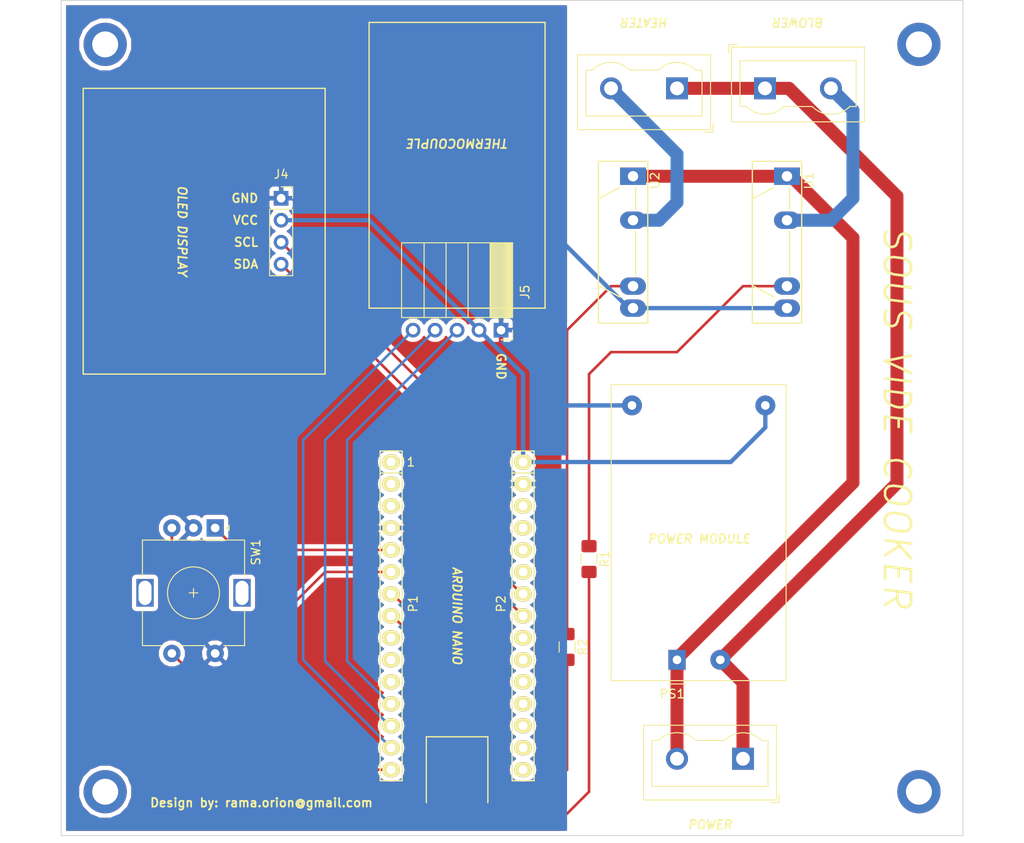
<source format=kicad_pcb>
(kicad_pcb (version 20171130) (host pcbnew "(5.0.2)-1")

  (general
    (thickness 1.6)
    (drawings 33)
    (tracks 94)
    (zones 0)
    (modules 17)
    (nets 20)
  )

  (page A4)
  (title_block
    (date "jeu. 02 avril 2015")
  )

  (layers
    (0 F.Cu signal)
    (31 B.Cu signal)
    (32 B.Adhes user)
    (33 F.Adhes user)
    (34 B.Paste user)
    (35 F.Paste user)
    (36 B.SilkS user)
    (37 F.SilkS user)
    (38 B.Mask user)
    (39 F.Mask user)
    (40 Dwgs.User user)
    (41 Cmts.User user)
    (42 Eco1.User user)
    (43 Eco2.User user)
    (44 Edge.Cuts user)
    (45 Margin user)
    (46 B.CrtYd user)
    (47 F.CrtYd user)
    (48 B.Fab user)
    (49 F.Fab user)
  )

  (setup
    (last_trace_width 1.5)
    (user_trace_width 0.3)
    (user_trace_width 0.5)
    (user_trace_width 1.5)
    (trace_clearance 0.2)
    (zone_clearance 0.508)
    (zone_45_only no)
    (trace_min 0.2)
    (segment_width 0.15)
    (edge_width 0.1)
    (via_size 0.6)
    (via_drill 0.4)
    (via_min_size 0.4)
    (via_min_drill 0.3)
    (uvia_size 0.3)
    (uvia_drill 0.1)
    (uvias_allowed no)
    (uvia_min_size 0.2)
    (uvia_min_drill 0.1)
    (pcb_text_width 0.3)
    (pcb_text_size 1.5 1.5)
    (mod_edge_width 0.15)
    (mod_text_size 1 1)
    (mod_text_width 0.15)
    (pad_size 5 5)
    (pad_drill 3)
    (pad_to_mask_clearance 0)
    (solder_mask_min_width 0.25)
    (aux_axis_origin 139.446 106.807)
    (grid_origin 139.446 106.807)
    (visible_elements 7FFFFFFF)
    (pcbplotparams
      (layerselection 0x000f0_ffffffff)
      (usegerberextensions false)
      (usegerberattributes false)
      (usegerberadvancedattributes false)
      (creategerberjobfile false)
      (excludeedgelayer true)
      (linewidth 0.100000)
      (plotframeref false)
      (viasonmask false)
      (mode 1)
      (useauxorigin false)
      (hpglpennumber 1)
      (hpglpenspeed 20)
      (hpglpendiameter 15.000000)
      (psnegative false)
      (psa4output false)
      (plotreference true)
      (plotvalue true)
      (plotinvisibletext false)
      (padsonsilk false)
      (subtractmaskfromsilk false)
      (outputformat 4)
      (mirror false)
      (drillshape 2)
      (scaleselection 1)
      (outputdirectory ""))
  )

  (net 0 "")
  (net 1 /Reset)
  (net 2 GND)
  (net 3 +5V)
  (net 4 AC-)
  (net 5 AC+)
  (net 6 HEATER_OUT)
  (net 7 BLOWER_OUT)
  (net 8 SCL)
  (net 9 SDA)
  (net 10 HEATER_CTRL)
  (net 11 BLOWER_CTRL)
  (net 12 "Net-(R1-Pad1)")
  (net 13 "Net-(R2-Pad1)")
  (net 14 SCK)
  (net 15 CS)
  (net 16 SO)
  (net 17 RE_A)
  (net 18 RE_B)
  (net 19 RE_SW)

  (net_class Default "This is the default net class."
    (clearance 0.2)
    (trace_width 0.25)
    (via_dia 0.6)
    (via_drill 0.4)
    (uvia_dia 0.3)
    (uvia_drill 0.1)
    (add_net +5V)
    (add_net /Reset)
    (add_net AC+)
    (add_net AC-)
    (add_net BLOWER_CTRL)
    (add_net BLOWER_OUT)
    (add_net CS)
    (add_net GND)
    (add_net HEATER_CTRL)
    (add_net HEATER_OUT)
    (add_net "Net-(R1-Pad1)")
    (add_net "Net-(R2-Pad1)")
    (add_net RE_A)
    (add_net RE_B)
    (add_net RE_SW)
    (add_net SCK)
    (add_net SCL)
    (add_net SDA)
    (add_net SO)
  )

  (module Converter_ACDC:Converter_ACDC_HiLink_HLK-PMxx (layer F.Cu) (tedit 5C1AC1CD) (tstamp 5CB84B89)
    (at 172.466 94.107 90)
    (descr "ACDC-Converter, 3W, HiLink, HLK-PMxx, THT, http://www.hlktech.net/product_detail.php?ProId=54")
    (tags "ACDC-Converter 3W THT HiLink board mount module")
    (path /5C9F1E62)
    (fp_text reference PS1 (at -3.94 -0.55 180) (layer F.SilkS)
      (effects (font (size 1 1) (thickness 0.15)))
    )
    (fp_text value HLK-PM01 (at 15.79 13.85 90) (layer F.Fab)
      (effects (font (size 1 1) (thickness 0.15)))
    )
    (fp_line (start -2.3 12.5) (end 31.7 12.5) (layer F.Fab) (width 0.1))
    (fp_line (start 31.7 12.5) (end 31.7 -7.5) (layer F.Fab) (width 0.1))
    (fp_line (start -2.3 12.5) (end -2.3 0.99) (layer F.Fab) (width 0.1))
    (fp_line (start -2.3 -7.5) (end 31.7 -7.5) (layer F.Fab) (width 0.1))
    (fp_text user %R (at 14.68 1.17 90) (layer F.Fab)
      (effects (font (size 1 1) (thickness 0.15)))
    )
    (fp_line (start -1.29 0) (end -2.29 1) (layer F.Fab) (width 0.1))
    (fp_line (start -2.29 -1) (end -1.29 0) (layer F.Fab) (width 0.1))
    (fp_line (start -2.3 -1) (end -2.3 -7.5) (layer F.Fab) (width 0.1))
    (fp_line (start -2.55 12.75) (end 31.95 12.75) (layer F.CrtYd) (width 0.05))
    (fp_line (start 31.95 12.75) (end 31.95 -7.75) (layer F.CrtYd) (width 0.05))
    (fp_line (start 31.95 -7.75) (end -2.55 -7.75) (layer F.CrtYd) (width 0.05))
    (fp_line (start -2.55 -7.75) (end -2.55 12.75) (layer F.CrtYd) (width 0.05))
    (fp_line (start -2.4 -7.6) (end -2.4 12.6) (layer F.SilkS) (width 0.12))
    (fp_line (start -2.4 12.6) (end 31.8 12.6) (layer F.SilkS) (width 0.12))
    (fp_line (start 31.8 12.6) (end 31.8 -7.6) (layer F.SilkS) (width 0.12))
    (fp_line (start 31.8 -7.6) (end -2.4 -7.6) (layer F.SilkS) (width 0.12))
    (fp_line (start -2.79 -1) (end -2.79 1.01) (layer F.SilkS) (width 0.12))
    (pad 3 thru_hole circle (at 29.4 -5.2 90) (size 2.3 2.3) (drill 1) (layers *.Cu *.Mask)
      (net 2 GND))
    (pad 1 thru_hole rect (at 0 0 90) (size 2.3 2) (drill 1) (layers *.Cu *.Mask)
      (net 5 AC+))
    (pad 2 thru_hole circle (at 0 5 90) (size 2.3 2.3) (drill 1) (layers *.Cu *.Mask)
      (net 4 AC-))
    (pad 4 thru_hole circle (at 29.4 10.2 90) (size 2.3 2.3) (drill 1) (layers *.Cu *.Mask)
      (net 3 +5V))
    (model ${KISYS3DMOD}/Converter_ACDC.3dshapes/Converter_ACDC_HiLink_HLK-PMxx.wrl
      (at (xyz 0 0 0))
      (scale (xyz 1 1 1))
      (rotate (xyz 0 0 0))
    )
  )

  (module Connector_Wire:SolderWirePad_1x01_Drill2.5mm (layer F.Cu) (tedit 5CB36588) (tstamp 5CCE3688)
    (at 106.426 109.347)
    (descr "Wire solder connection")
    (tags connector)
    (attr virtual)
    (fp_text reference REF** (at 0 -2.54) (layer F.SilkS) hide
      (effects (font (size 1 1) (thickness 0.15)))
    )
    (fp_text value SolderWirePad_1x01_Drill2.5mm (at 0 5.08) (layer F.Fab)
      (effects (font (size 1 1) (thickness 0.15)))
    )
    (fp_text user %R (at 0 0) (layer F.Fab)
      (effects (font (size 1 1) (thickness 0.15)))
    )
    (fp_line (start -3.5 -3.5) (end 3.5 -3.5) (layer F.CrtYd) (width 0.05))
    (fp_line (start -3.5 -3.5) (end -3.5 3.5) (layer F.CrtYd) (width 0.05))
    (fp_line (start 3.5 3.5) (end 3.5 -3.5) (layer F.CrtYd) (width 0.05))
    (fp_line (start 3.5 3.5) (end -3.5 3.5) (layer F.CrtYd) (width 0.05))
    (pad 1 thru_hole circle (at 0 0) (size 5 5) (drill 3) (layers *.Cu *.Mask))
  )

  (module Connector_Wire:SolderWirePad_1x01_Drill2.5mm (layer F.Cu) (tedit 5CB36588) (tstamp 5CCE3688)
    (at 200.406 109.347)
    (descr "Wire solder connection")
    (tags connector)
    (attr virtual)
    (fp_text reference REF** (at 0 -2.54) (layer F.SilkS) hide
      (effects (font (size 1 1) (thickness 0.15)))
    )
    (fp_text value SolderWirePad_1x01_Drill2.5mm (at 0 5.08) (layer F.Fab)
      (effects (font (size 1 1) (thickness 0.15)))
    )
    (fp_text user %R (at 0 0) (layer F.Fab)
      (effects (font (size 1 1) (thickness 0.15)))
    )
    (fp_line (start -3.5 -3.5) (end 3.5 -3.5) (layer F.CrtYd) (width 0.05))
    (fp_line (start -3.5 -3.5) (end -3.5 3.5) (layer F.CrtYd) (width 0.05))
    (fp_line (start 3.5 3.5) (end 3.5 -3.5) (layer F.CrtYd) (width 0.05))
    (fp_line (start 3.5 3.5) (end -3.5 3.5) (layer F.CrtYd) (width 0.05))
    (pad 1 thru_hole circle (at 0 0) (size 5 5) (drill 3) (layers *.Cu *.Mask))
  )

  (module Connector_Wire:SolderWirePad_1x01_Drill2.5mm (layer F.Cu) (tedit 5CB36588) (tstamp 5CCE3688)
    (at 200.406 22.987)
    (descr "Wire solder connection")
    (tags connector)
    (attr virtual)
    (fp_text reference REF** (at 0 -2.54) (layer F.SilkS) hide
      (effects (font (size 1 1) (thickness 0.15)))
    )
    (fp_text value SolderWirePad_1x01_Drill2.5mm (at 0 5.08) (layer F.Fab)
      (effects (font (size 1 1) (thickness 0.15)))
    )
    (fp_text user %R (at 0 0) (layer F.Fab)
      (effects (font (size 1 1) (thickness 0.15)))
    )
    (fp_line (start -3.5 -3.5) (end 3.5 -3.5) (layer F.CrtYd) (width 0.05))
    (fp_line (start -3.5 -3.5) (end -3.5 3.5) (layer F.CrtYd) (width 0.05))
    (fp_line (start 3.5 3.5) (end 3.5 -3.5) (layer F.CrtYd) (width 0.05))
    (fp_line (start 3.5 3.5) (end -3.5 3.5) (layer F.CrtYd) (width 0.05))
    (pad 1 thru_hole circle (at 0 0) (size 5 5) (drill 3) (layers *.Cu *.Mask))
  )

  (module Socket_Arduino_Nano:Socket_Strip_Arduino_1x15 locked (layer F.Cu) (tedit 552169C6) (tstamp 551FC9D0)
    (at 139.446 71.247 270)
    (descr "Through hole socket strip")
    (tags "socket strip")
    (path /56D73FAC)
    (fp_text reference P1 (at 16.383 -2.54 270) (layer F.SilkS)
      (effects (font (size 1 1) (thickness 0.15)))
    )
    (fp_text value Digital (at 20.193 -2.54 270) (layer F.Fab)
      (effects (font (size 1 1) (thickness 0.15)))
    )
    (fp_line (start 1.27 -1.27) (end -1.27 -1.27) (layer F.SilkS) (width 0.15))
    (fp_line (start -1.27 -1.27) (end -1.27 1.27) (layer F.SilkS) (width 0.15))
    (fp_line (start -1.27 1.27) (end 1.27 1.27) (layer F.SilkS) (width 0.15))
    (fp_line (start -1.75 -1.75) (end -1.75 1.75) (layer F.CrtYd) (width 0.05))
    (fp_line (start 37.35 -1.75) (end 37.35 1.75) (layer F.CrtYd) (width 0.05))
    (fp_line (start -1.75 -1.75) (end 37.35 -1.75) (layer F.CrtYd) (width 0.05))
    (fp_line (start -1.75 1.75) (end 37.35 1.75) (layer F.CrtYd) (width 0.05))
    (fp_line (start 1.27 -1.27) (end 36.83 -1.27) (layer F.SilkS) (width 0.15))
    (fp_line (start 36.83 -1.27) (end 36.83 1.27) (layer F.SilkS) (width 0.15))
    (fp_line (start 36.83 1.27) (end 1.27 1.27) (layer F.SilkS) (width 0.15))
    (fp_line (start 1.27 1.27) (end 1.27 -1.27) (layer F.SilkS) (width 0.15))
    (pad 1 thru_hole oval (at 0 0 270) (size 1.7272 2.032) (drill 1.016) (layers *.Cu *.Mask F.SilkS))
    (pad 2 thru_hole oval (at 2.54 0 270) (size 1.7272 2.032) (drill 1.016) (layers *.Cu *.Mask F.SilkS))
    (pad 3 thru_hole oval (at 5.08 0 270) (size 1.7272 2.032) (drill 1.016) (layers *.Cu *.Mask F.SilkS)
      (net 1 /Reset))
    (pad 4 thru_hole oval (at 7.62 0 270) (size 1.7272 2.032) (drill 1.016) (layers *.Cu *.Mask F.SilkS)
      (net 2 GND))
    (pad 5 thru_hole oval (at 10.16 0 270) (size 1.7272 2.032) (drill 1.016) (layers *.Cu *.Mask F.SilkS)
      (net 17 RE_A))
    (pad 6 thru_hole oval (at 12.7 0 270) (size 1.7272 2.032) (drill 1.016) (layers *.Cu *.Mask F.SilkS)
      (net 18 RE_B))
    (pad 7 thru_hole oval (at 15.24 0 270) (size 1.7272 2.032) (drill 1.016) (layers *.Cu *.Mask F.SilkS)
      (net 11 BLOWER_CTRL))
    (pad 8 thru_hole oval (at 17.78 0 270) (size 1.7272 2.032) (drill 1.016) (layers *.Cu *.Mask F.SilkS)
      (net 10 HEATER_CTRL))
    (pad 9 thru_hole oval (at 20.32 0 270) (size 1.7272 2.032) (drill 1.016) (layers *.Cu *.Mask F.SilkS))
    (pad 10 thru_hole oval (at 22.86 0 270) (size 1.7272 2.032) (drill 1.016) (layers *.Cu *.Mask F.SilkS))
    (pad 11 thru_hole oval (at 25.4 0 270) (size 1.7272 2.032) (drill 1.016) (layers *.Cu *.Mask F.SilkS))
    (pad 12 thru_hole oval (at 27.94 0 270) (size 1.7272 2.032) (drill 1.016) (layers *.Cu *.Mask F.SilkS)
      (net 14 SCK))
    (pad 13 thru_hole oval (at 30.48 0 270) (size 1.7272 2.032) (drill 1.016) (layers *.Cu *.Mask F.SilkS)
      (net 15 CS))
    (pad 14 thru_hole oval (at 33.02 0 270) (size 1.7272 2.032) (drill 1.016) (layers *.Cu *.Mask F.SilkS)
      (net 16 SO))
    (pad 15 thru_hole oval (at 35.56 0 270) (size 1.7272 2.032) (drill 1.016) (layers *.Cu *.Mask F.SilkS)
      (net 19 RE_SW))
    (model ${KIPRJMOD}/Socket_Arduino_Nano.3dshapes/Socket_header_Arduino_1x15.wrl
      (offset (xyz 17.77999973297119 0 0))
      (scale (xyz 1 1 1))
      (rotate (xyz 0 0 180))
    )
  )

  (module Socket_Arduino_Nano:Socket_Strip_Arduino_1x15 locked (layer F.Cu) (tedit 552169D3) (tstamp 551FC9EE)
    (at 154.686 71.247 270)
    (descr "Through hole socket strip")
    (tags "socket strip")
    (path /56D740C7)
    (fp_text reference P2 (at 16.383 2.54 270) (layer F.SilkS)
      (effects (font (size 1 1) (thickness 0.15)))
    )
    (fp_text value Analog (at 20.193 2.54 270) (layer F.Fab)
      (effects (font (size 1 1) (thickness 0.15)))
    )
    (fp_line (start 1.27 -1.27) (end -1.27 -1.27) (layer F.SilkS) (width 0.15))
    (fp_line (start -1.27 -1.27) (end -1.27 1.27) (layer F.SilkS) (width 0.15))
    (fp_line (start -1.27 1.27) (end 1.27 1.27) (layer F.SilkS) (width 0.15))
    (fp_line (start -1.75 -1.75) (end -1.75 1.75) (layer F.CrtYd) (width 0.05))
    (fp_line (start 37.35 -1.75) (end 37.35 1.75) (layer F.CrtYd) (width 0.05))
    (fp_line (start -1.75 -1.75) (end 37.35 -1.75) (layer F.CrtYd) (width 0.05))
    (fp_line (start -1.75 1.75) (end 37.35 1.75) (layer F.CrtYd) (width 0.05))
    (fp_line (start 1.27 -1.27) (end 36.83 -1.27) (layer F.SilkS) (width 0.15))
    (fp_line (start 36.83 -1.27) (end 36.83 1.27) (layer F.SilkS) (width 0.15))
    (fp_line (start 36.83 1.27) (end 1.27 1.27) (layer F.SilkS) (width 0.15))
    (fp_line (start 1.27 1.27) (end 1.27 -1.27) (layer F.SilkS) (width 0.15))
    (pad 1 thru_hole oval (at 0 0 270) (size 1.7272 2.032) (drill 1.016) (layers *.Cu *.Mask F.SilkS)
      (net 3 +5V))
    (pad 2 thru_hole oval (at 2.54 0 270) (size 1.7272 2.032) (drill 1.016) (layers *.Cu *.Mask F.SilkS)
      (net 2 GND))
    (pad 3 thru_hole oval (at 5.08 0 270) (size 1.7272 2.032) (drill 1.016) (layers *.Cu *.Mask F.SilkS)
      (net 1 /Reset))
    (pad 4 thru_hole oval (at 7.62 0 270) (size 1.7272 2.032) (drill 1.016) (layers *.Cu *.Mask F.SilkS))
    (pad 5 thru_hole oval (at 10.16 0 270) (size 1.7272 2.032) (drill 1.016) (layers *.Cu *.Mask F.SilkS))
    (pad 6 thru_hole oval (at 12.7 0 270) (size 1.7272 2.032) (drill 1.016) (layers *.Cu *.Mask F.SilkS))
    (pad 7 thru_hole oval (at 15.24 0 270) (size 1.7272 2.032) (drill 1.016) (layers *.Cu *.Mask F.SilkS)
      (net 8 SCL))
    (pad 8 thru_hole oval (at 17.78 0 270) (size 1.7272 2.032) (drill 1.016) (layers *.Cu *.Mask F.SilkS)
      (net 9 SDA))
    (pad 9 thru_hole oval (at 20.32 0 270) (size 1.7272 2.032) (drill 1.016) (layers *.Cu *.Mask F.SilkS))
    (pad 10 thru_hole oval (at 22.86 0 270) (size 1.7272 2.032) (drill 1.016) (layers *.Cu *.Mask F.SilkS))
    (pad 11 thru_hole oval (at 25.4 0 270) (size 1.7272 2.032) (drill 1.016) (layers *.Cu *.Mask F.SilkS))
    (pad 12 thru_hole oval (at 27.94 0 270) (size 1.7272 2.032) (drill 1.016) (layers *.Cu *.Mask F.SilkS))
    (pad 13 thru_hole oval (at 30.48 0 270) (size 1.7272 2.032) (drill 1.016) (layers *.Cu *.Mask F.SilkS))
    (pad 14 thru_hole oval (at 33.02 0 270) (size 1.7272 2.032) (drill 1.016) (layers *.Cu *.Mask F.SilkS))
    (pad 15 thru_hole oval (at 35.56 0 270) (size 1.7272 2.032) (drill 1.016) (layers *.Cu *.Mask F.SilkS))
    (model ${KIPRJMOD}/Socket_Arduino_Nano.3dshapes/Socket_header_Arduino_1x15.wrl
      (offset (xyz 17.77999973297119 0 0))
      (scale (xyz 1 1 1))
      (rotate (xyz 0 0 180))
    )
  )

  (module TerminalBlock:TerminalBlock_Wuerth_691311400102_P7.62mm (layer F.Cu) (tedit 5CB36873) (tstamp 5CB84AB3)
    (at 180.086 105.537 180)
    (descr https://katalog.we-online.de/em/datasheet/6913114001xx.pdf)
    (tags "Wuerth WR-TBL Series 3114 terminal block pitch 7.62mm")
    (path /5C9F2392)
    (fp_text reference J1 (at 3.81 -6 180) (layer F.SilkS) hide
      (effects (font (size 1 1) (thickness 0.15)))
    )
    (fp_text value Screw_Terminal_01x02 (at 3.81 5 180) (layer F.Fab)
      (effects (font (size 1 1) (thickness 0.15)))
    )
    (fp_line (start -2.8 -4.7) (end 11.42 -4.7) (layer F.Fab) (width 0.1))
    (fp_line (start 11.42 -4.7) (end 11.42 3.8) (layer F.Fab) (width 0.1))
    (fp_line (start 11.42 3.8) (end -3.8 3.8) (layer F.Fab) (width 0.1))
    (fp_line (start -3.8 3.8) (end -3.8 -3.7) (layer F.Fab) (width 0.1))
    (fp_line (start -3.86 -4.77) (end 11.49 -4.77) (layer F.SilkS) (width 0.12))
    (fp_line (start 11.49 -4.77) (end 11.49 3.87) (layer F.SilkS) (width 0.12))
    (fp_line (start 11.49 3.87) (end -3.87 3.87) (layer F.SilkS) (width 0.12))
    (fp_line (start -3.87 3.87) (end -3.87 -4.77) (layer F.SilkS) (width 0.12))
    (fp_line (start -4.17 -5.07) (end -4.17 -4.07) (layer F.SilkS) (width 0.12))
    (fp_line (start -4.17 -5.07) (end -3.17 -5.07) (layer F.SilkS) (width 0.12))
    (fp_text user %R (at 3.81 0 180) (layer F.Fab)
      (effects (font (size 1 1) (thickness 0.15)))
    )
    (fp_line (start -4.3 -5.2) (end 11.92 -5.2) (layer F.CrtYd) (width 0.05))
    (fp_line (start 11.92 -5.2) (end 11.92 4.3) (layer F.CrtYd) (width 0.05))
    (fp_line (start 11.92 4.3) (end -4.3 4.3) (layer F.CrtYd) (width 0.05))
    (fp_line (start -4.3 4.3) (end -4.3 -5.2) (layer F.CrtYd) (width 0.05))
    (fp_line (start 10.53 -3.2) (end -2.89 -3.2) (layer F.SilkS) (width 0.12))
    (fp_line (start -2.89 -3.2) (end -2.89 2.1) (layer F.SilkS) (width 0.12))
    (fp_line (start -2.89 2.1) (end -2.14 2.1) (layer F.SilkS) (width 0.12))
    (fp_arc (start 0 0) (end -2.14 2.1) (angle -91.1) (layer F.SilkS) (width 0.12))
    (fp_line (start 2.14 2.1) (end 5.46 2.1) (layer F.SilkS) (width 0.12))
    (fp_arc (start 7.62 0) (end 5.46 2.1) (angle -91.6) (layer F.SilkS) (width 0.12))
    (fp_line (start 9.78 2.1) (end 10.53 2.1) (layer F.SilkS) (width 0.12))
    (fp_line (start 10.53 2.1) (end 10.53 -3.2) (layer F.SilkS) (width 0.12))
    (fp_line (start -3.8 -3.7) (end -2.8 -4.7) (layer F.Fab) (width 0.1))
    (pad 1 thru_hole rect (at 0 0 180) (size 2.54 2.54) (drill 1.6) (layers *.Cu *.Mask)
      (net 4 AC-))
    (pad 2 thru_hole circle (at 7.62 0 180) (size 2.54 2.54) (drill 1.6) (layers *.Cu *.Mask)
      (net 5 AC+))
    (model ${KISYS3DMOD}/TerminalBlock.3dshapes/TerminalBlock_Wuerth_691311400102_P7.62mm.wrl
      (at (xyz 0 0 0))
      (scale (xyz 1 1 1))
      (rotate (xyz 0 0 0))
    )
  )

  (module TerminalBlock:TerminalBlock_Wuerth_691311400102_P7.62mm (layer F.Cu) (tedit 5CB3687E) (tstamp 5CB84AD1)
    (at 182.626 28.067)
    (descr https://katalog.we-online.de/em/datasheet/6913114001xx.pdf)
    (tags "Wuerth WR-TBL Series 3114 terminal block pitch 7.62mm")
    (path /5C9F247B)
    (fp_text reference J2 (at 3.81 -6) (layer F.SilkS) hide
      (effects (font (size 1 1) (thickness 0.15)))
    )
    (fp_text value Screw_Terminal_01x02 (at 3.81 5) (layer F.Fab)
      (effects (font (size 1 1) (thickness 0.15)))
    )
    (fp_line (start -3.8 -3.7) (end -2.8 -4.7) (layer F.Fab) (width 0.1))
    (fp_line (start 10.53 2.1) (end 10.53 -3.2) (layer F.SilkS) (width 0.12))
    (fp_line (start 9.78 2.1) (end 10.53 2.1) (layer F.SilkS) (width 0.12))
    (fp_arc (start 7.62 0) (end 5.46 2.1) (angle -91.6) (layer F.SilkS) (width 0.12))
    (fp_line (start 2.14 2.1) (end 5.46 2.1) (layer F.SilkS) (width 0.12))
    (fp_arc (start 0 0) (end -2.14 2.1) (angle -91.1) (layer F.SilkS) (width 0.12))
    (fp_line (start -2.89 2.1) (end -2.14 2.1) (layer F.SilkS) (width 0.12))
    (fp_line (start -2.89 -3.2) (end -2.89 2.1) (layer F.SilkS) (width 0.12))
    (fp_line (start 10.53 -3.2) (end -2.89 -3.2) (layer F.SilkS) (width 0.12))
    (fp_line (start -4.3 4.3) (end -4.3 -5.2) (layer F.CrtYd) (width 0.05))
    (fp_line (start 11.92 4.3) (end -4.3 4.3) (layer F.CrtYd) (width 0.05))
    (fp_line (start 11.92 -5.2) (end 11.92 4.3) (layer F.CrtYd) (width 0.05))
    (fp_line (start -4.3 -5.2) (end 11.92 -5.2) (layer F.CrtYd) (width 0.05))
    (fp_text user %R (at 3.81 0) (layer F.Fab)
      (effects (font (size 1 1) (thickness 0.15)))
    )
    (fp_line (start -4.17 -5.07) (end -3.17 -5.07) (layer F.SilkS) (width 0.12))
    (fp_line (start -4.17 -5.07) (end -4.17 -4.07) (layer F.SilkS) (width 0.12))
    (fp_line (start -3.87 3.87) (end -3.87 -4.77) (layer F.SilkS) (width 0.12))
    (fp_line (start 11.49 3.87) (end -3.87 3.87) (layer F.SilkS) (width 0.12))
    (fp_line (start 11.49 -4.77) (end 11.49 3.87) (layer F.SilkS) (width 0.12))
    (fp_line (start -3.86 -4.77) (end 11.49 -4.77) (layer F.SilkS) (width 0.12))
    (fp_line (start -3.8 3.8) (end -3.8 -3.7) (layer F.Fab) (width 0.1))
    (fp_line (start 11.42 3.8) (end -3.8 3.8) (layer F.Fab) (width 0.1))
    (fp_line (start 11.42 -4.7) (end 11.42 3.8) (layer F.Fab) (width 0.1))
    (fp_line (start -2.8 -4.7) (end 11.42 -4.7) (layer F.Fab) (width 0.1))
    (pad 2 thru_hole circle (at 7.62 0) (size 2.54 2.54) (drill 1.6) (layers *.Cu *.Mask)
      (net 6 HEATER_OUT))
    (pad 1 thru_hole rect (at 0 0) (size 2.54 2.54) (drill 1.6) (layers *.Cu *.Mask)
      (net 4 AC-))
    (model ${KISYS3DMOD}/TerminalBlock.3dshapes/TerminalBlock_Wuerth_691311400102_P7.62mm.wrl
      (at (xyz 0 0 0))
      (scale (xyz 1 1 1))
      (rotate (xyz 0 0 0))
    )
  )

  (module TerminalBlock:TerminalBlock_Wuerth_691311400102_P7.62mm (layer F.Cu) (tedit 5CB3687A) (tstamp 5CB84AEF)
    (at 172.466 28.067 180)
    (descr https://katalog.we-online.de/em/datasheet/6913114001xx.pdf)
    (tags "Wuerth WR-TBL Series 3114 terminal block pitch 7.62mm")
    (path /5C9F2549)
    (fp_text reference J3 (at 3.81 -6 180) (layer F.SilkS) hide
      (effects (font (size 1 1) (thickness 0.15)))
    )
    (fp_text value Screw_Terminal_01x02 (at 3.81 5 180) (layer F.Fab)
      (effects (font (size 1 1) (thickness 0.15)))
    )
    (fp_line (start -2.8 -4.7) (end 11.42 -4.7) (layer F.Fab) (width 0.1))
    (fp_line (start 11.42 -4.7) (end 11.42 3.8) (layer F.Fab) (width 0.1))
    (fp_line (start 11.42 3.8) (end -3.8 3.8) (layer F.Fab) (width 0.1))
    (fp_line (start -3.8 3.8) (end -3.8 -3.7) (layer F.Fab) (width 0.1))
    (fp_line (start -3.86 -4.77) (end 11.49 -4.77) (layer F.SilkS) (width 0.12))
    (fp_line (start 11.49 -4.77) (end 11.49 3.87) (layer F.SilkS) (width 0.12))
    (fp_line (start 11.49 3.87) (end -3.87 3.87) (layer F.SilkS) (width 0.12))
    (fp_line (start -3.87 3.87) (end -3.87 -4.77) (layer F.SilkS) (width 0.12))
    (fp_line (start -4.17 -5.07) (end -4.17 -4.07) (layer F.SilkS) (width 0.12))
    (fp_line (start -4.17 -5.07) (end -3.17 -5.07) (layer F.SilkS) (width 0.12))
    (fp_text user %R (at 3.81 0 180) (layer F.Fab)
      (effects (font (size 1 1) (thickness 0.15)))
    )
    (fp_line (start -4.3 -5.2) (end 11.92 -5.2) (layer F.CrtYd) (width 0.05))
    (fp_line (start 11.92 -5.2) (end 11.92 4.3) (layer F.CrtYd) (width 0.05))
    (fp_line (start 11.92 4.3) (end -4.3 4.3) (layer F.CrtYd) (width 0.05))
    (fp_line (start -4.3 4.3) (end -4.3 -5.2) (layer F.CrtYd) (width 0.05))
    (fp_line (start 10.53 -3.2) (end -2.89 -3.2) (layer F.SilkS) (width 0.12))
    (fp_line (start -2.89 -3.2) (end -2.89 2.1) (layer F.SilkS) (width 0.12))
    (fp_line (start -2.89 2.1) (end -2.14 2.1) (layer F.SilkS) (width 0.12))
    (fp_arc (start 0 0) (end -2.14 2.1) (angle -91.1) (layer F.SilkS) (width 0.12))
    (fp_line (start 2.14 2.1) (end 5.46 2.1) (layer F.SilkS) (width 0.12))
    (fp_arc (start 7.62 0) (end 5.46 2.1) (angle -91.6) (layer F.SilkS) (width 0.12))
    (fp_line (start 9.78 2.1) (end 10.53 2.1) (layer F.SilkS) (width 0.12))
    (fp_line (start 10.53 2.1) (end 10.53 -3.2) (layer F.SilkS) (width 0.12))
    (fp_line (start -3.8 -3.7) (end -2.8 -4.7) (layer F.Fab) (width 0.1))
    (pad 1 thru_hole rect (at 0 0 180) (size 2.54 2.54) (drill 1.6) (layers *.Cu *.Mask)
      (net 4 AC-))
    (pad 2 thru_hole circle (at 7.62 0 180) (size 2.54 2.54) (drill 1.6) (layers *.Cu *.Mask)
      (net 7 BLOWER_OUT))
    (model ${KISYS3DMOD}/TerminalBlock.3dshapes/TerminalBlock_Wuerth_691311400102_P7.62mm.wrl
      (at (xyz 0 0 0))
      (scale (xyz 1 1 1))
      (rotate (xyz 0 0 0))
    )
  )

  (module Connector_PinSocket_2.54mm:PinSocket_1x04_P2.54mm_Vertical (layer F.Cu) (tedit 5A19A429) (tstamp 5CB84B07)
    (at 126.746 40.767)
    (descr "Through hole straight socket strip, 1x04, 2.54mm pitch, single row (from Kicad 4.0.7), script generated")
    (tags "Through hole socket strip THT 1x04 2.54mm single row")
    (path /5C9F899E)
    (fp_text reference J4 (at 0 -2.77) (layer F.SilkS)
      (effects (font (size 1 1) (thickness 0.15)))
    )
    (fp_text value Conn_01x04 (at 0 10.39) (layer F.Fab)
      (effects (font (size 1 1) (thickness 0.15)))
    )
    (fp_line (start -1.27 -1.27) (end 0.635 -1.27) (layer F.Fab) (width 0.1))
    (fp_line (start 0.635 -1.27) (end 1.27 -0.635) (layer F.Fab) (width 0.1))
    (fp_line (start 1.27 -0.635) (end 1.27 8.89) (layer F.Fab) (width 0.1))
    (fp_line (start 1.27 8.89) (end -1.27 8.89) (layer F.Fab) (width 0.1))
    (fp_line (start -1.27 8.89) (end -1.27 -1.27) (layer F.Fab) (width 0.1))
    (fp_line (start -1.33 1.27) (end 1.33 1.27) (layer F.SilkS) (width 0.12))
    (fp_line (start -1.33 1.27) (end -1.33 8.95) (layer F.SilkS) (width 0.12))
    (fp_line (start -1.33 8.95) (end 1.33 8.95) (layer F.SilkS) (width 0.12))
    (fp_line (start 1.33 1.27) (end 1.33 8.95) (layer F.SilkS) (width 0.12))
    (fp_line (start 1.33 -1.33) (end 1.33 0) (layer F.SilkS) (width 0.12))
    (fp_line (start 0 -1.33) (end 1.33 -1.33) (layer F.SilkS) (width 0.12))
    (fp_line (start -1.8 -1.8) (end 1.75 -1.8) (layer F.CrtYd) (width 0.05))
    (fp_line (start 1.75 -1.8) (end 1.75 9.4) (layer F.CrtYd) (width 0.05))
    (fp_line (start 1.75 9.4) (end -1.8 9.4) (layer F.CrtYd) (width 0.05))
    (fp_line (start -1.8 9.4) (end -1.8 -1.8) (layer F.CrtYd) (width 0.05))
    (fp_text user %R (at 0 3.81 90) (layer F.Fab)
      (effects (font (size 1 1) (thickness 0.15)))
    )
    (pad 1 thru_hole rect (at 0 0) (size 1.7 1.7) (drill 1) (layers *.Cu *.Mask)
      (net 2 GND))
    (pad 2 thru_hole oval (at 0 2.54) (size 1.7 1.7) (drill 1) (layers *.Cu *.Mask)
      (net 3 +5V))
    (pad 3 thru_hole oval (at 0 5.08) (size 1.7 1.7) (drill 1) (layers *.Cu *.Mask)
      (net 8 SCL))
    (pad 4 thru_hole oval (at 0 7.62) (size 1.7 1.7) (drill 1) (layers *.Cu *.Mask)
      (net 9 SDA))
    (model ${KISYS3DMOD}/Connector_PinSocket_2.54mm.3dshapes/PinSocket_1x04_P2.54mm_Vertical.wrl
      (at (xyz 0 0 0))
      (scale (xyz 1 1 1))
      (rotate (xyz 0 0 0))
    )
  )

  (module Resistor_SMD:R_1206_3216Metric_Pad1.42x1.75mm_HandSolder (layer F.Cu) (tedit 5B301BBD) (tstamp 5CB84BB3)
    (at 162.306 82.4595 270)
    (descr "Resistor SMD 1206 (3216 Metric), square (rectangular) end terminal, IPC_7351 nominal with elongated pad for handsoldering. (Body size source: http://www.tortai-tech.com/upload/download/2011102023233369053.pdf), generated with kicad-footprint-generator")
    (tags "resistor handsolder")
    (path /5C9F35A1)
    (attr smd)
    (fp_text reference R1 (at 0 -1.82 270) (layer F.SilkS)
      (effects (font (size 1 1) (thickness 0.15)))
    )
    (fp_text value R (at 0 1.82 270) (layer F.Fab)
      (effects (font (size 1 1) (thickness 0.15)))
    )
    (fp_text user %R (at 0 0 270) (layer F.Fab)
      (effects (font (size 0.8 0.8) (thickness 0.12)))
    )
    (fp_line (start 2.45 1.12) (end -2.45 1.12) (layer F.CrtYd) (width 0.05))
    (fp_line (start 2.45 -1.12) (end 2.45 1.12) (layer F.CrtYd) (width 0.05))
    (fp_line (start -2.45 -1.12) (end 2.45 -1.12) (layer F.CrtYd) (width 0.05))
    (fp_line (start -2.45 1.12) (end -2.45 -1.12) (layer F.CrtYd) (width 0.05))
    (fp_line (start -0.602064 0.91) (end 0.602064 0.91) (layer F.SilkS) (width 0.12))
    (fp_line (start -0.602064 -0.91) (end 0.602064 -0.91) (layer F.SilkS) (width 0.12))
    (fp_line (start 1.6 0.8) (end -1.6 0.8) (layer F.Fab) (width 0.1))
    (fp_line (start 1.6 -0.8) (end 1.6 0.8) (layer F.Fab) (width 0.1))
    (fp_line (start -1.6 -0.8) (end 1.6 -0.8) (layer F.Fab) (width 0.1))
    (fp_line (start -1.6 0.8) (end -1.6 -0.8) (layer F.Fab) (width 0.1))
    (pad 2 smd roundrect (at 1.4875 0 270) (size 1.425 1.75) (layers F.Cu F.Paste F.Mask) (roundrect_rratio 0.175439)
      (net 10 HEATER_CTRL))
    (pad 1 smd roundrect (at -1.4875 0 270) (size 1.425 1.75) (layers F.Cu F.Paste F.Mask) (roundrect_rratio 0.175439)
      (net 12 "Net-(R1-Pad1)"))
    (model ${KISYS3DMOD}/Resistor_SMD.3dshapes/R_1206_3216Metric.wrl
      (at (xyz 0 0 0))
      (scale (xyz 1 1 1))
      (rotate (xyz 0 0 0))
    )
  )

  (module Resistor_SMD:R_1206_3216Metric_Pad1.42x1.75mm_HandSolder (layer F.Cu) (tedit 5B301BBD) (tstamp 5CB84BC4)
    (at 159.766 92.6195 270)
    (descr "Resistor SMD 1206 (3216 Metric), square (rectangular) end terminal, IPC_7351 nominal with elongated pad for handsoldering. (Body size source: http://www.tortai-tech.com/upload/download/2011102023233369053.pdf), generated with kicad-footprint-generator")
    (tags "resistor handsolder")
    (path /5C9F3835)
    (attr smd)
    (fp_text reference R2 (at 0 -1.82 270) (layer F.SilkS)
      (effects (font (size 1 1) (thickness 0.15)))
    )
    (fp_text value R (at 0 1.82 270) (layer F.Fab)
      (effects (font (size 1 1) (thickness 0.15)))
    )
    (fp_line (start -1.6 0.8) (end -1.6 -0.8) (layer F.Fab) (width 0.1))
    (fp_line (start -1.6 -0.8) (end 1.6 -0.8) (layer F.Fab) (width 0.1))
    (fp_line (start 1.6 -0.8) (end 1.6 0.8) (layer F.Fab) (width 0.1))
    (fp_line (start 1.6 0.8) (end -1.6 0.8) (layer F.Fab) (width 0.1))
    (fp_line (start -0.602064 -0.91) (end 0.602064 -0.91) (layer F.SilkS) (width 0.12))
    (fp_line (start -0.602064 0.91) (end 0.602064 0.91) (layer F.SilkS) (width 0.12))
    (fp_line (start -2.45 1.12) (end -2.45 -1.12) (layer F.CrtYd) (width 0.05))
    (fp_line (start -2.45 -1.12) (end 2.45 -1.12) (layer F.CrtYd) (width 0.05))
    (fp_line (start 2.45 -1.12) (end 2.45 1.12) (layer F.CrtYd) (width 0.05))
    (fp_line (start 2.45 1.12) (end -2.45 1.12) (layer F.CrtYd) (width 0.05))
    (fp_text user %R (at 0 0 270) (layer F.Fab)
      (effects (font (size 0.8 0.8) (thickness 0.12)))
    )
    (pad 1 smd roundrect (at -1.4875 0 270) (size 1.425 1.75) (layers F.Cu F.Paste F.Mask) (roundrect_rratio 0.175439)
      (net 13 "Net-(R2-Pad1)"))
    (pad 2 smd roundrect (at 1.4875 0 270) (size 1.425 1.75) (layers F.Cu F.Paste F.Mask) (roundrect_rratio 0.175439)
      (net 11 BLOWER_CTRL))
    (model ${KISYS3DMOD}/Resistor_SMD.3dshapes/R_1206_3216Metric.wrl
      (at (xyz 0 0 0))
      (scale (xyz 1 1 1))
      (rotate (xyz 0 0 0))
    )
  )

  (module Package_SIP:SIP4_Sharp-SSR_P7.62mm_Straight (layer F.Cu) (tedit 5A0CB273) (tstamp 5CB84C00)
    (at 185.166 38.227 270)
    (descr "SIP4 Footprint for SSR made by Sharp")
    (tags "Solid State relais SSR Sharp")
    (path /5C9F0C8E)
    (fp_text reference U1 (at 0.508 -2.54 270) (layer F.SilkS)
      (effects (font (size 1 1) (thickness 0.15)))
    )
    (fp_text value S202S01 (at 7.62 5 270) (layer F.Fab)
      (effects (font (size 1 1) (thickness 0.15)))
    )
    (fp_line (start -1.6 -0.6) (end -1.6 3.9) (layer F.Fab) (width 0.1))
    (fp_line (start -0.6 -1.6) (end -1.6 -0.6) (layer F.Fab) (width 0.1))
    (fp_line (start 16.8 -1.6) (end -0.6 -1.6) (layer F.Fab) (width 0.1))
    (fp_line (start 16.8 3.9) (end 16.8 -1.6) (layer F.Fab) (width 0.1))
    (fp_line (start -1.6 3.9) (end 16.8 3.9) (layer F.Fab) (width 0.1))
    (fp_line (start -1.73 4) (end -1.73 -1.7) (layer F.SilkS) (width 0.15))
    (fp_line (start 16.97 4) (end -1.73 4) (layer F.SilkS) (width 0.15))
    (fp_line (start 16.97 -1.7) (end 16.97 4) (layer F.SilkS) (width 0.15))
    (fp_line (start -1.73 -1.7) (end 16.97 -1.7) (layer F.SilkS) (width 0.15))
    (fp_line (start 12.62 4) (end 13.96 1.5) (layer F.SilkS) (width 0.15))
    (fp_line (start 2.62 4) (end 1.28 1.5) (layer F.SilkS) (width 0.15))
    (fp_line (start -2 -1.95) (end 17.25 -1.95) (layer F.CrtYd) (width 0.05))
    (fp_line (start -2 4.25) (end -2 -1.95) (layer F.CrtYd) (width 0.05))
    (fp_line (start 17.25 4.25) (end -2 4.25) (layer F.CrtYd) (width 0.05))
    (fp_line (start 17.25 -1.95) (end 17.25 4.25) (layer F.CrtYd) (width 0.05))
    (fp_line (start 6.35 -0.3) (end 11.43 -0.3) (layer F.SilkS) (width 0.15))
    (fp_line (start 1.27 -0.3) (end 3.81 -0.3) (layer F.SilkS) (width 0.15))
    (fp_text user %R (at 7.62 0 270) (layer F.Fab)
      (effects (font (size 1 1) (thickness 0.15)))
    )
    (pad 4 thru_hole oval (at 15.24 0 270) (size 2 3) (drill 1.2) (layers *.Cu *.Mask)
      (net 2 GND))
    (pad 3 thru_hole oval (at 12.7 0 270) (size 2 3) (drill 1.2) (layers *.Cu *.Mask)
      (net 12 "Net-(R1-Pad1)"))
    (pad 2 thru_hole oval (at 5.08 0 270) (size 2 3) (drill 1.2) (layers *.Cu *.Mask)
      (net 6 HEATER_OUT))
    (pad 1 thru_hole rect (at 0 0 270) (size 2 3) (drill 1.2) (layers *.Cu *.Mask)
      (net 5 AC+))
    (model ${KISYS3DMOD}/Package_SIP.3dshapes/SIP4_Sharp-SSR_P7.62mm_Straight.wrl
      (at (xyz 0 0 0))
      (scale (xyz 1 1 1))
      (rotate (xyz 0 0 0))
    )
  )

  (module Package_SIP:SIP4_Sharp-SSR_P7.62mm_Straight (layer F.Cu) (tedit 5A0CB273) (tstamp 5CB84C1A)
    (at 167.386 38.227 270)
    (descr "SIP4 Footprint for SSR made by Sharp")
    (tags "Solid State relais SSR Sharp")
    (path /5C9F0D51)
    (fp_text reference U2 (at 0.508 -2.54 270) (layer F.SilkS)
      (effects (font (size 1 1) (thickness 0.15)))
    )
    (fp_text value S202S01 (at 7.62 5 270) (layer F.Fab)
      (effects (font (size 1 1) (thickness 0.15)))
    )
    (fp_text user %R (at 7.62 0 270) (layer F.Fab)
      (effects (font (size 1 1) (thickness 0.15)))
    )
    (fp_line (start 1.27 -0.3) (end 3.81 -0.3) (layer F.SilkS) (width 0.15))
    (fp_line (start 6.35 -0.3) (end 11.43 -0.3) (layer F.SilkS) (width 0.15))
    (fp_line (start 17.25 -1.95) (end 17.25 4.25) (layer F.CrtYd) (width 0.05))
    (fp_line (start 17.25 4.25) (end -2 4.25) (layer F.CrtYd) (width 0.05))
    (fp_line (start -2 4.25) (end -2 -1.95) (layer F.CrtYd) (width 0.05))
    (fp_line (start -2 -1.95) (end 17.25 -1.95) (layer F.CrtYd) (width 0.05))
    (fp_line (start 2.62 4) (end 1.28 1.5) (layer F.SilkS) (width 0.15))
    (fp_line (start 12.62 4) (end 13.96 1.5) (layer F.SilkS) (width 0.15))
    (fp_line (start -1.73 -1.7) (end 16.97 -1.7) (layer F.SilkS) (width 0.15))
    (fp_line (start 16.97 -1.7) (end 16.97 4) (layer F.SilkS) (width 0.15))
    (fp_line (start 16.97 4) (end -1.73 4) (layer F.SilkS) (width 0.15))
    (fp_line (start -1.73 4) (end -1.73 -1.7) (layer F.SilkS) (width 0.15))
    (fp_line (start -1.6 3.9) (end 16.8 3.9) (layer F.Fab) (width 0.1))
    (fp_line (start 16.8 3.9) (end 16.8 -1.6) (layer F.Fab) (width 0.1))
    (fp_line (start 16.8 -1.6) (end -0.6 -1.6) (layer F.Fab) (width 0.1))
    (fp_line (start -0.6 -1.6) (end -1.6 -0.6) (layer F.Fab) (width 0.1))
    (fp_line (start -1.6 -0.6) (end -1.6 3.9) (layer F.Fab) (width 0.1))
    (pad 1 thru_hole rect (at 0 0 270) (size 2 3) (drill 1.2) (layers *.Cu *.Mask)
      (net 5 AC+))
    (pad 2 thru_hole oval (at 5.08 0 270) (size 2 3) (drill 1.2) (layers *.Cu *.Mask)
      (net 7 BLOWER_OUT))
    (pad 3 thru_hole oval (at 12.7 0 270) (size 2 3) (drill 1.2) (layers *.Cu *.Mask)
      (net 13 "Net-(R2-Pad1)"))
    (pad 4 thru_hole oval (at 15.24 0 270) (size 2 3) (drill 1.2) (layers *.Cu *.Mask)
      (net 2 GND))
    (model ${KISYS3DMOD}/Package_SIP.3dshapes/SIP4_Sharp-SSR_P7.62mm_Straight.wrl
      (at (xyz 0 0 0))
      (scale (xyz 1 1 1))
      (rotate (xyz 0 0 0))
    )
  )

  (module Connector_PinSocket_2.54mm:PinSocket_1x05_P2.54mm_Horizontal (layer F.Cu) (tedit 5A19A431) (tstamp 5CC0CF8E)
    (at 152.146 56.007 270)
    (descr "Through hole angled socket strip, 1x05, 2.54mm pitch, 8.51mm socket length, single row (from Kicad 4.0.7), script generated")
    (tags "Through hole angled socket strip THT 1x05 2.54mm single row")
    (path /5CB026CB)
    (fp_text reference J5 (at -4.38 -2.77 270) (layer F.SilkS)
      (effects (font (size 1 1) (thickness 0.15)))
    )
    (fp_text value Conn_01x05 (at -4.38 12.93 270) (layer F.Fab)
      (effects (font (size 1 1) (thickness 0.15)))
    )
    (fp_line (start -10.03 -1.27) (end -2.49 -1.27) (layer F.Fab) (width 0.1))
    (fp_line (start -2.49 -1.27) (end -1.52 -0.3) (layer F.Fab) (width 0.1))
    (fp_line (start -1.52 -0.3) (end -1.52 11.43) (layer F.Fab) (width 0.1))
    (fp_line (start -1.52 11.43) (end -10.03 11.43) (layer F.Fab) (width 0.1))
    (fp_line (start -10.03 11.43) (end -10.03 -1.27) (layer F.Fab) (width 0.1))
    (fp_line (start 0 -0.3) (end -1.52 -0.3) (layer F.Fab) (width 0.1))
    (fp_line (start -1.52 0.3) (end 0 0.3) (layer F.Fab) (width 0.1))
    (fp_line (start 0 0.3) (end 0 -0.3) (layer F.Fab) (width 0.1))
    (fp_line (start 0 2.24) (end -1.52 2.24) (layer F.Fab) (width 0.1))
    (fp_line (start -1.52 2.84) (end 0 2.84) (layer F.Fab) (width 0.1))
    (fp_line (start 0 2.84) (end 0 2.24) (layer F.Fab) (width 0.1))
    (fp_line (start 0 4.78) (end -1.52 4.78) (layer F.Fab) (width 0.1))
    (fp_line (start -1.52 5.38) (end 0 5.38) (layer F.Fab) (width 0.1))
    (fp_line (start 0 5.38) (end 0 4.78) (layer F.Fab) (width 0.1))
    (fp_line (start 0 7.32) (end -1.52 7.32) (layer F.Fab) (width 0.1))
    (fp_line (start -1.52 7.92) (end 0 7.92) (layer F.Fab) (width 0.1))
    (fp_line (start 0 7.92) (end 0 7.32) (layer F.Fab) (width 0.1))
    (fp_line (start 0 9.86) (end -1.52 9.86) (layer F.Fab) (width 0.1))
    (fp_line (start -1.52 10.46) (end 0 10.46) (layer F.Fab) (width 0.1))
    (fp_line (start 0 10.46) (end 0 9.86) (layer F.Fab) (width 0.1))
    (fp_line (start -10.09 -1.21) (end -1.46 -1.21) (layer F.SilkS) (width 0.12))
    (fp_line (start -10.09 -1.091905) (end -1.46 -1.091905) (layer F.SilkS) (width 0.12))
    (fp_line (start -10.09 -0.97381) (end -1.46 -0.97381) (layer F.SilkS) (width 0.12))
    (fp_line (start -10.09 -0.855715) (end -1.46 -0.855715) (layer F.SilkS) (width 0.12))
    (fp_line (start -10.09 -0.73762) (end -1.46 -0.73762) (layer F.SilkS) (width 0.12))
    (fp_line (start -10.09 -0.619525) (end -1.46 -0.619525) (layer F.SilkS) (width 0.12))
    (fp_line (start -10.09 -0.50143) (end -1.46 -0.50143) (layer F.SilkS) (width 0.12))
    (fp_line (start -10.09 -0.383335) (end -1.46 -0.383335) (layer F.SilkS) (width 0.12))
    (fp_line (start -10.09 -0.26524) (end -1.46 -0.26524) (layer F.SilkS) (width 0.12))
    (fp_line (start -10.09 -0.147145) (end -1.46 -0.147145) (layer F.SilkS) (width 0.12))
    (fp_line (start -10.09 -0.02905) (end -1.46 -0.02905) (layer F.SilkS) (width 0.12))
    (fp_line (start -10.09 0.089045) (end -1.46 0.089045) (layer F.SilkS) (width 0.12))
    (fp_line (start -10.09 0.20714) (end -1.46 0.20714) (layer F.SilkS) (width 0.12))
    (fp_line (start -10.09 0.325235) (end -1.46 0.325235) (layer F.SilkS) (width 0.12))
    (fp_line (start -10.09 0.44333) (end -1.46 0.44333) (layer F.SilkS) (width 0.12))
    (fp_line (start -10.09 0.561425) (end -1.46 0.561425) (layer F.SilkS) (width 0.12))
    (fp_line (start -10.09 0.67952) (end -1.46 0.67952) (layer F.SilkS) (width 0.12))
    (fp_line (start -10.09 0.797615) (end -1.46 0.797615) (layer F.SilkS) (width 0.12))
    (fp_line (start -10.09 0.91571) (end -1.46 0.91571) (layer F.SilkS) (width 0.12))
    (fp_line (start -10.09 1.033805) (end -1.46 1.033805) (layer F.SilkS) (width 0.12))
    (fp_line (start -10.09 1.1519) (end -1.46 1.1519) (layer F.SilkS) (width 0.12))
    (fp_line (start -1.46 -0.36) (end -1.11 -0.36) (layer F.SilkS) (width 0.12))
    (fp_line (start -1.46 0.36) (end -1.11 0.36) (layer F.SilkS) (width 0.12))
    (fp_line (start -1.46 2.18) (end -1.05 2.18) (layer F.SilkS) (width 0.12))
    (fp_line (start -1.46 2.9) (end -1.05 2.9) (layer F.SilkS) (width 0.12))
    (fp_line (start -1.46 4.72) (end -1.05 4.72) (layer F.SilkS) (width 0.12))
    (fp_line (start -1.46 5.44) (end -1.05 5.44) (layer F.SilkS) (width 0.12))
    (fp_line (start -1.46 7.26) (end -1.05 7.26) (layer F.SilkS) (width 0.12))
    (fp_line (start -1.46 7.98) (end -1.05 7.98) (layer F.SilkS) (width 0.12))
    (fp_line (start -1.46 9.8) (end -1.05 9.8) (layer F.SilkS) (width 0.12))
    (fp_line (start -1.46 10.52) (end -1.05 10.52) (layer F.SilkS) (width 0.12))
    (fp_line (start -10.09 1.27) (end -1.46 1.27) (layer F.SilkS) (width 0.12))
    (fp_line (start -10.09 3.81) (end -1.46 3.81) (layer F.SilkS) (width 0.12))
    (fp_line (start -10.09 6.35) (end -1.46 6.35) (layer F.SilkS) (width 0.12))
    (fp_line (start -10.09 8.89) (end -1.46 8.89) (layer F.SilkS) (width 0.12))
    (fp_line (start -10.09 -1.33) (end -1.46 -1.33) (layer F.SilkS) (width 0.12))
    (fp_line (start -1.46 -1.33) (end -1.46 11.49) (layer F.SilkS) (width 0.12))
    (fp_line (start -10.09 11.49) (end -1.46 11.49) (layer F.SilkS) (width 0.12))
    (fp_line (start -10.09 -1.33) (end -10.09 11.49) (layer F.SilkS) (width 0.12))
    (fp_line (start 1.11 -1.33) (end 1.11 0) (layer F.SilkS) (width 0.12))
    (fp_line (start 0 -1.33) (end 1.11 -1.33) (layer F.SilkS) (width 0.12))
    (fp_line (start 1.75 -1.75) (end -10.55 -1.75) (layer F.CrtYd) (width 0.05))
    (fp_line (start -10.55 -1.75) (end -10.55 11.95) (layer F.CrtYd) (width 0.05))
    (fp_line (start -10.55 11.95) (end 1.75 11.95) (layer F.CrtYd) (width 0.05))
    (fp_line (start 1.75 11.95) (end 1.75 -1.75) (layer F.CrtYd) (width 0.05))
    (fp_text user %R (at -5.775 5.08) (layer F.Fab)
      (effects (font (size 1 1) (thickness 0.15)))
    )
    (pad 1 thru_hole rect (at 0 0 270) (size 1.7 1.7) (drill 1) (layers *.Cu *.Mask)
      (net 2 GND))
    (pad 2 thru_hole oval (at 0 2.54 270) (size 1.7 1.7) (drill 1) (layers *.Cu *.Mask)
      (net 3 +5V))
    (pad 3 thru_hole oval (at 0 5.08 270) (size 1.7 1.7) (drill 1) (layers *.Cu *.Mask)
      (net 14 SCK))
    (pad 4 thru_hole oval (at 0 7.62 270) (size 1.7 1.7) (drill 1) (layers *.Cu *.Mask)
      (net 15 CS))
    (pad 5 thru_hole oval (at 0 10.16 270) (size 1.7 1.7) (drill 1) (layers *.Cu *.Mask)
      (net 16 SO))
    (model ${KISYS3DMOD}/Connector_PinSocket_2.54mm.3dshapes/PinSocket_1x05_P2.54mm_Horizontal.wrl
      (at (xyz 0 0 0))
      (scale (xyz 1 1 1))
      (rotate (xyz 0 0 0))
    )
  )

  (module Rotary_Encoder:RotaryEncoder_Alps_EC11E-Switch_Vertical_H20mm (layer F.Cu) (tedit 5A74C8CB) (tstamp 5CC0CFFD)
    (at 119.126 78.867 270)
    (descr "Alps rotary encoder, EC12E... with switch, vertical shaft, http://www.alps.com/prod/info/E/HTML/Encoder/Incremental/EC11/EC11E15204A3.html")
    (tags "rotary encoder")
    (path /5CAF2933)
    (fp_text reference SW1 (at 2.8 -4.7 270) (layer F.SilkS)
      (effects (font (size 1 1) (thickness 0.15)))
    )
    (fp_text value Rotary_Encoder_Switch (at 7.5 10.4 270) (layer F.Fab)
      (effects (font (size 1 1) (thickness 0.15)))
    )
    (fp_text user %R (at 11.1 6.3 270) (layer F.Fab)
      (effects (font (size 1 1) (thickness 0.15)))
    )
    (fp_line (start 7 2.5) (end 8 2.5) (layer F.SilkS) (width 0.12))
    (fp_line (start 7.5 2) (end 7.5 3) (layer F.SilkS) (width 0.12))
    (fp_line (start 13.6 6) (end 13.6 8.4) (layer F.SilkS) (width 0.12))
    (fp_line (start 13.6 1.2) (end 13.6 3.8) (layer F.SilkS) (width 0.12))
    (fp_line (start 13.6 -3.4) (end 13.6 -1) (layer F.SilkS) (width 0.12))
    (fp_line (start 4.5 2.5) (end 10.5 2.5) (layer F.Fab) (width 0.12))
    (fp_line (start 7.5 -0.5) (end 7.5 5.5) (layer F.Fab) (width 0.12))
    (fp_line (start 0.3 -1.6) (end 0 -1.3) (layer F.SilkS) (width 0.12))
    (fp_line (start -0.3 -1.6) (end 0.3 -1.6) (layer F.SilkS) (width 0.12))
    (fp_line (start 0 -1.3) (end -0.3 -1.6) (layer F.SilkS) (width 0.12))
    (fp_line (start 1.4 -3.4) (end 1.4 8.4) (layer F.SilkS) (width 0.12))
    (fp_line (start 5.5 -3.4) (end 1.4 -3.4) (layer F.SilkS) (width 0.12))
    (fp_line (start 5.5 8.4) (end 1.4 8.4) (layer F.SilkS) (width 0.12))
    (fp_line (start 13.6 8.4) (end 9.5 8.4) (layer F.SilkS) (width 0.12))
    (fp_line (start 9.5 -3.4) (end 13.6 -3.4) (layer F.SilkS) (width 0.12))
    (fp_line (start 1.5 -2.2) (end 2.5 -3.3) (layer F.Fab) (width 0.12))
    (fp_line (start 1.5 8.3) (end 1.5 -2.2) (layer F.Fab) (width 0.12))
    (fp_line (start 13.5 8.3) (end 1.5 8.3) (layer F.Fab) (width 0.12))
    (fp_line (start 13.5 -3.3) (end 13.5 8.3) (layer F.Fab) (width 0.12))
    (fp_line (start 2.5 -3.3) (end 13.5 -3.3) (layer F.Fab) (width 0.12))
    (fp_line (start -1.5 -4.6) (end 16 -4.6) (layer F.CrtYd) (width 0.05))
    (fp_line (start -1.5 -4.6) (end -1.5 9.6) (layer F.CrtYd) (width 0.05))
    (fp_line (start 16 9.6) (end 16 -4.6) (layer F.CrtYd) (width 0.05))
    (fp_line (start 16 9.6) (end -1.5 9.6) (layer F.CrtYd) (width 0.05))
    (fp_circle (center 7.5 2.5) (end 10.5 2.5) (layer F.SilkS) (width 0.12))
    (fp_circle (center 7.5 2.5) (end 10.5 2.5) (layer F.Fab) (width 0.12))
    (pad S1 thru_hole circle (at 14.5 5 270) (size 2 2) (drill 1) (layers *.Cu *.Mask)
      (net 19 RE_SW))
    (pad S2 thru_hole circle (at 14.5 0 270) (size 2 2) (drill 1) (layers *.Cu *.Mask)
      (net 2 GND))
    (pad MP thru_hole rect (at 7.5 8.1 270) (size 3.2 2) (drill oval 2.8 1.5) (layers *.Cu *.Mask))
    (pad MP thru_hole rect (at 7.5 -3.1 270) (size 3.2 2) (drill oval 2.8 1.5) (layers *.Cu *.Mask))
    (pad B thru_hole circle (at 0 5 270) (size 2 2) (drill 1) (layers *.Cu *.Mask)
      (net 18 RE_B))
    (pad C thru_hole circle (at 0 2.5 270) (size 2 2) (drill 1) (layers *.Cu *.Mask)
      (net 2 GND))
    (pad A thru_hole rect (at 0 0 270) (size 2 2) (drill 1) (layers *.Cu *.Mask)
      (net 17 RE_A))
    (model ${KISYS3DMOD}/Rotary_Encoder.3dshapes/RotaryEncoder_Alps_EC11E-Switch_Vertical_H20mm.wrl
      (at (xyz 0 0 0))
      (scale (xyz 1 1 1))
      (rotate (xyz 0 0 0))
    )
  )

  (module Connector_Wire:SolderWirePad_1x01_Drill2.5mm (layer F.Cu) (tedit 5CB36588) (tstamp 5CCE30F4)
    (at 106.426 22.987)
    (descr "Wire solder connection")
    (tags connector)
    (attr virtual)
    (fp_text reference REF** (at 0 -2.54) (layer F.SilkS) hide
      (effects (font (size 1 1) (thickness 0.15)))
    )
    (fp_text value SolderWirePad_1x01_Drill2.5mm (at 0 5.08) (layer F.Fab)
      (effects (font (size 1 1) (thickness 0.15)))
    )
    (fp_line (start 3.5 3.5) (end -3.5 3.5) (layer F.CrtYd) (width 0.05))
    (fp_line (start 3.5 3.5) (end 3.5 -3.5) (layer F.CrtYd) (width 0.05))
    (fp_line (start -3.5 -3.5) (end -3.5 3.5) (layer F.CrtYd) (width 0.05))
    (fp_line (start -3.5 -3.5) (end 3.5 -3.5) (layer F.CrtYd) (width 0.05))
    (fp_text user %R (at 0 0) (layer F.Fab)
      (effects (font (size 1 1) (thickness 0.15)))
    )
    (pad 1 thru_hole circle (at 0 0) (size 5 5) (drill 3) (layers *.Cu *.Mask))
  )

  (gr_text "POWER MODULE" (at 175.006 80.137) (layer F.SilkS)
    (effects (font (size 1 1) (thickness 0.2) italic))
  )
  (gr_text THERMOCOUPLE (at 147.066 34.417 180) (layer F.SilkS)
    (effects (font (size 1 1) (thickness 0.2) italic))
  )
  (gr_text "OLED DISPLAY" (at 115.316 44.577 270) (layer F.SilkS)
    (effects (font (size 1 1) (thickness 0.2) italic))
  )
  (gr_text "ARDUINO NANO" (at 147.066 89.027 270) (layer F.SilkS)
    (effects (font (size 1 1) (thickness 0.2) italic))
  )
  (gr_text POWER (at 176.276 113.157) (layer F.SilkS)
    (effects (font (size 1 1) (thickness 0.2) italic))
  )
  (gr_text HEATER (at 168.656 20.447 180) (layer F.SilkS)
    (effects (font (size 1 1) (thickness 0.2) italic))
  )
  (gr_text BLOWER (at 186.436 20.447 180) (layer F.SilkS)
    (effects (font (size 1 1) (thickness 0.2) italic))
  )
  (gr_text GND (at 152.146 58.547 270) (layer F.SilkS)
    (effects (font (size 1 1) (thickness 0.2)) (justify left))
  )
  (gr_text SDA (at 124.206 48.387) (layer F.SilkS) (tstamp 5CB41F2E)
    (effects (font (size 1 1) (thickness 0.2)) (justify right))
  )
  (gr_text SCL (at 124.206 45.847) (layer F.SilkS) (tstamp 5CB41F2E)
    (effects (font (size 1 1) (thickness 0.2)) (justify right))
  )
  (gr_text VCC (at 124.206 43.307) (layer F.SilkS) (tstamp 5CB41F2E)
    (effects (font (size 1 1) (thickness 0.2)) (justify right))
  )
  (gr_text GND (at 124.206 40.767) (layer F.SilkS)
    (effects (font (size 1 1) (thickness 0.2)) (justify right))
  )
  (gr_text "Design by: rama.orion@gmail.com" (at 111.506 110.617) (layer F.SilkS)
    (effects (font (size 1 1) (thickness 0.2)) (justify left))
  )
  (gr_text "SOUS VIDE COOKER" (at 197.866 66.167 270) (layer F.SilkS)
    (effects (font (size 3 3) (thickness 0.3) italic))
  )
  (gr_line (start 157.226 53.467) (end 136.906 53.467) (layer F.SilkS) (width 0.15))
  (gr_line (start 157.226 20.447) (end 157.226 53.467) (layer F.SilkS) (width 0.15))
  (gr_line (start 136.906 20.447) (end 157.226 20.447) (layer F.SilkS) (width 0.15))
  (gr_line (start 136.906 53.467) (end 136.906 20.447) (layer F.SilkS) (width 0.15))
  (gr_line (start 205.486 17.907) (end 205.486 114.427) (layer Edge.Cuts) (width 0.1))
  (gr_line (start 101.346 17.907) (end 205.486 17.907) (layer Edge.Cuts) (width 0.1))
  (gr_line (start 101.346 114.427) (end 101.346 17.907) (layer Edge.Cuts) (width 0.1))
  (gr_line (start 205.486 114.427) (end 101.346 114.427) (layer Edge.Cuts) (width 0.1))
  (gr_line (start 103.886 28.067) (end 103.886 61.087) (layer F.SilkS) (width 0.15))
  (gr_line (start 103.886 28.067) (end 131.826 28.067) (layer F.SilkS) (width 0.15))
  (gr_line (start 131.826 61.087) (end 131.826 28.067) (layer F.SilkS) (width 0.15))
  (gr_line (start 131.826 61.087) (end 103.886 61.087) (layer F.SilkS) (width 0.15))
  (gr_text 1 (at 141.732 71.247) (layer F.SilkS)
    (effects (font (size 1 1) (thickness 0.15)))
  )
  (gr_line (start 150.622 112.522) (end 150.622 110.617) (angle 90) (layer Dwgs.User) (width 0.15))
  (gr_line (start 150.622 102.997) (end 150.622 110.617) (angle 90) (layer F.SilkS) (width 0.15))
  (gr_line (start 143.51 102.997) (end 150.622 102.997) (angle 90) (layer F.SilkS) (width 0.15))
  (gr_line (start 143.51 110.617) (end 143.51 102.997) (angle 90) (layer F.SilkS) (width 0.15))
  (gr_line (start 143.51 112.522) (end 150.622 112.522) (angle 90) (layer B.Paste) (width 0.15))
  (gr_line (start 143.51 110.617) (end 143.51 112.522) (angle 90) (layer Dwgs.User) (width 0.15))

  (segment (start 167.386 53.467) (end 185.166 53.467) (width 0.5) (layer B.Cu) (net 2))
  (segment (start 167.266 53.587) (end 167.386 53.467) (width 0.5) (layer B.Cu) (net 2))
  (segment (start 166.886 53.467) (end 157.226 43.807) (width 0.5) (layer B.Cu) (net 2))
  (segment (start 167.386 53.467) (end 166.886 53.467) (width 0.5) (layer B.Cu) (net 2))
  (segment (start 157.226 43.807) (end 157.226 43.307) (width 0.5) (layer B.Cu) (net 2))
  (segment (start 167.266 64.707) (end 158.686 64.707) (width 0.5) (layer B.Cu) (net 2))
  (segment (start 158.686 64.707) (end 158.496 64.897) (width 0.5) (layer B.Cu) (net 2))
  (segment (start 178.666 71.247) (end 154.686 71.247) (width 0.5) (layer B.Cu) (net 3))
  (segment (start 182.666 67.247) (end 178.666 71.247) (width 0.5) (layer B.Cu) (net 3))
  (segment (start 154.686 61.087) (end 149.606 56.007) (width 0.5) (layer B.Cu) (net 3))
  (segment (start 154.686 71.247) (end 154.686 61.087) (width 0.5) (layer B.Cu) (net 3))
  (segment (start 136.906 43.307) (end 149.606 56.007) (width 0.5) (layer B.Cu) (net 3))
  (segment (start 126.746 43.307) (end 136.906 43.307) (width 0.5) (layer B.Cu) (net 3))
  (segment (start 182.666 67.247) (end 182.666 64.707) (width 0.5) (layer B.Cu) (net 3))
  (segment (start 172.466 28.067) (end 182.626 28.067) (width 1.5) (layer F.Cu) (net 4))
  (segment (start 185.396 28.067) (end 197.866 40.537) (width 1.5) (layer F.Cu) (net 4))
  (segment (start 182.626 28.067) (end 185.396 28.067) (width 1.5) (layer F.Cu) (net 4))
  (segment (start 180.086 96.727) (end 177.466 94.107) (width 1.5) (layer F.Cu) (net 4))
  (segment (start 180.086 105.537) (end 180.086 96.727) (width 1.5) (layer F.Cu) (net 4))
  (segment (start 197.866 73.707) (end 177.466 94.107) (width 1.5) (layer F.Cu) (net 4))
  (segment (start 197.866 40.537) (end 197.866 73.707) (width 1.5) (layer F.Cu) (net 4))
  (segment (start 185.666 38.227) (end 192.786 45.347) (width 1.5) (layer F.Cu) (net 5))
  (segment (start 185.166 38.227) (end 185.666 38.227) (width 1.5) (layer F.Cu) (net 5))
  (segment (start 185.166 38.227) (end 167.386 38.227) (width 1.5) (layer F.Cu) (net 5))
  (segment (start 192.786 73.637) (end 192.786 45.347) (width 1.5) (layer F.Cu) (net 5))
  (segment (start 172.466 93.957) (end 192.786 73.637) (width 1.5) (layer F.Cu) (net 5))
  (segment (start 172.466 94.107) (end 172.466 93.957) (width 1.5) (layer F.Cu) (net 5))
  (segment (start 172.466 105.537) (end 172.466 94.107) (width 1.5) (layer F.Cu) (net 5))
  (segment (start 190.246 43.307) (end 185.166 43.307) (width 1.5) (layer B.Cu) (net 6))
  (segment (start 192.786 40.767) (end 190.246 43.307) (width 1.5) (layer B.Cu) (net 6))
  (segment (start 190.246 28.067) (end 192.786 30.607) (width 1.5) (layer B.Cu) (net 6))
  (segment (start 192.786 30.607) (end 192.786 40.767) (width 1.5) (layer B.Cu) (net 6))
  (segment (start 167.886 43.307) (end 167.386 43.307) (width 1.5) (layer F.Cu) (net 7) (status 30))
  (segment (start 170.386 43.307) (end 172.466 41.227) (width 1.5) (layer B.Cu) (net 7))
  (segment (start 167.386 43.307) (end 170.386 43.307) (width 1.5) (layer B.Cu) (net 7))
  (segment (start 172.466 35.687) (end 164.846 28.067) (width 1.5) (layer B.Cu) (net 7))
  (segment (start 172.466 41.227) (end 172.466 35.687) (width 1.5) (layer B.Cu) (net 7))
  (segment (start 154.686 86.487) (end 154.5336 86.487) (width 0.3) (layer B.Cu) (net 8) (status 30))
  (segment (start 149.606 81.5594) (end 154.5336 86.487) (width 0.3) (layer F.Cu) (net 8) (status 20))
  (segment (start 144.526 63.627) (end 149.606 68.707) (width 0.3) (layer F.Cu) (net 8))
  (segment (start 149.606 68.707) (end 149.606 81.5594) (width 0.3) (layer F.Cu) (net 8))
  (segment (start 154.5336 86.487) (end 154.686 86.487) (width 0.3) (layer F.Cu) (net 8) (status 30))
  (segment (start 126.746 45.847) (end 144.526 63.627) (width 0.3) (layer F.Cu) (net 8))
  (segment (start 144.526 66.167) (end 147.066 68.707) (width 0.3) (layer F.Cu) (net 9))
  (segment (start 147.066 68.707) (end 147.066 81.407) (width 0.3) (layer F.Cu) (net 9))
  (segment (start 147.066 81.407) (end 154.686 89.027) (width 0.3) (layer F.Cu) (net 9) (status 20))
  (segment (start 141.986 63.627) (end 147.066 68.707) (width 0.3) (layer F.Cu) (net 9))
  (segment (start 141.986 63.627) (end 126.746 48.387) (width 0.3) (layer F.Cu) (net 9))
  (segment (start 162.306 83.947) (end 162.306 109.347) (width 0.3) (layer F.Cu) (net 10))
  (segment (start 162.306 109.347) (end 159.766 111.887) (width 0.3) (layer F.Cu) (net 10))
  (segment (start 159.766 111.887) (end 144.526 111.887) (width 0.3) (layer F.Cu) (net 10))
  (segment (start 144.526 111.887) (end 141.986 109.347) (width 0.3) (layer F.Cu) (net 10))
  (segment (start 141.986 91.4146) (end 139.5984 89.027) (width 0.3) (layer F.Cu) (net 10))
  (segment (start 141.986 109.347) (end 141.986 91.4146) (width 0.3) (layer F.Cu) (net 10))
  (segment (start 139.5984 89.027) (end 139.446 89.027) (width 0.3) (layer F.Cu) (net 10))
  (segment (start 139.5984 86.487) (end 144.526 91.4146) (width 0.3) (layer F.Cu) (net 11))
  (segment (start 139.446 86.487) (end 139.5984 86.487) (width 0.3) (layer F.Cu) (net 11))
  (segment (start 144.526 91.4146) (end 144.526 106.807) (width 0.3) (layer F.Cu) (net 11))
  (segment (start 144.526 106.807) (end 147.066 109.347) (width 0.3) (layer F.Cu) (net 11))
  (segment (start 147.066 109.347) (end 157.226 109.347) (width 0.3) (layer F.Cu) (net 11))
  (segment (start 157.226 109.347) (end 159.766 106.807) (width 0.3) (layer F.Cu) (net 11))
  (segment (start 159.766 106.807) (end 159.766 94.107) (width 0.3) (layer F.Cu) (net 11))
  (segment (start 162.306 80.972) (end 162.306 61.087) (width 0.3) (layer F.Cu) (net 12))
  (segment (start 162.306 61.087) (end 164.846 58.547) (width 0.3) (layer F.Cu) (net 12))
  (segment (start 164.846 58.547) (end 172.466 58.547) (width 0.3) (layer F.Cu) (net 12))
  (segment (start 172.466 58.547) (end 180.086 50.927) (width 0.3) (layer F.Cu) (net 12))
  (segment (start 180.086 50.927) (end 185.166 50.927) (width 0.3) (layer F.Cu) (net 12))
  (segment (start 159.766 90.3195) (end 159.766 91.132) (width 0.3) (layer F.Cu) (net 13))
  (segment (start 167.386 50.927) (end 166.886 50.927) (width 0.3) (layer F.Cu) (net 13))
  (segment (start 167.386 50.927) (end 164.846 50.927) (width 0.3) (layer F.Cu) (net 13))
  (segment (start 159.766 56.007) (end 159.766 91.132) (width 0.3) (layer F.Cu) (net 13))
  (segment (start 164.846 50.927) (end 159.766 56.007) (width 0.3) (layer F.Cu) (net 13))
  (segment (start 139.2936 99.187) (end 139.446 99.187) (width 0.3) (layer B.Cu) (net 14))
  (segment (start 134.366 94.2594) (end 139.2936 99.187) (width 0.3) (layer B.Cu) (net 14))
  (segment (start 147.066 56.007) (end 134.366 68.707) (width 0.3) (layer B.Cu) (net 14))
  (segment (start 134.366 68.707) (end 134.366 94.2594) (width 0.3) (layer B.Cu) (net 14))
  (segment (start 139.2936 101.727) (end 139.446 101.727) (width 0.3) (layer B.Cu) (net 15) (status 30))
  (segment (start 139.2936 101.727) (end 131.826 94.2594) (width 0.3) (layer B.Cu) (net 15) (status 10))
  (segment (start 131.826 94.2594) (end 131.826 68.707) (width 0.3) (layer B.Cu) (net 15))
  (segment (start 131.826 68.707) (end 144.526 56.007) (width 0.3) (layer B.Cu) (net 15))
  (segment (start 129.286 68.707) (end 129.286 94.107) (width 0.3) (layer B.Cu) (net 16))
  (segment (start 129.286 94.107) (end 139.446 104.267) (width 0.3) (layer B.Cu) (net 16) (status 20))
  (segment (start 141.986 56.007) (end 129.286 68.707) (width 0.3) (layer B.Cu) (net 16))
  (segment (start 139.446 81.407) (end 139.2936 81.407) (width 0.3) (layer F.Cu) (net 17) (status 30))
  (segment (start 119.126 78.867) (end 121.666 81.407) (width 0.3) (layer F.Cu) (net 17))
  (segment (start 121.666 81.407) (end 139.446 81.407) (width 0.3) (layer F.Cu) (net 17))
  (segment (start 114.126 78.867) (end 114.126 84.027) (width 0.3) (layer F.Cu) (net 18))
  (segment (start 114.126 84.027) (end 121.666 91.567) (width 0.3) (layer F.Cu) (net 18))
  (segment (start 121.666 91.567) (end 124.206 91.567) (width 0.3) (layer F.Cu) (net 18))
  (segment (start 131.826 83.947) (end 139.446 83.947) (width 0.3) (layer F.Cu) (net 18))
  (segment (start 124.206 91.567) (end 131.826 83.947) (width 0.3) (layer F.Cu) (net 18))
  (segment (start 139.2936 106.807) (end 139.446 106.807) (width 0.3) (layer F.Cu) (net 19) (status 30))
  (segment (start 127.566 106.807) (end 139.446 106.807) (width 0.3) (layer F.Cu) (net 19))
  (segment (start 114.126 93.367) (end 127.566 106.807) (width 0.3) (layer F.Cu) (net 19))

  (zone (net 2) (net_name GND) (layer B.Cu) (tstamp 5CB42611) (hatch edge 0.508)
    (connect_pads (clearance 0.508))
    (min_thickness 0.254)
    (fill yes (arc_segments 16) (thermal_gap 0.508) (thermal_bridge_width 0.508))
    (polygon
      (pts
        (xy 101.346 17.89984) (xy 101.346 114.41984) (xy 159.766 114.427) (xy 159.766 17.89984)
      )
    )
    (filled_polygon
      (pts
        (xy 159.639 70.362) (xy 156.049412 70.362) (xy 155.91883 70.16657) (xy 155.571 69.934157) (xy 155.571 61.174161)
        (xy 155.588337 61.087) (xy 155.571 60.999839) (xy 155.571 60.999835) (xy 155.519652 60.74169) (xy 155.324049 60.448951)
        (xy 155.250156 60.399577) (xy 152.273002 57.422424) (xy 152.273002 57.333252) (xy 152.43175 57.492) (xy 153.12231 57.492)
        (xy 153.355699 57.395327) (xy 153.534327 57.216698) (xy 153.631 56.983309) (xy 153.631 56.29275) (xy 153.47225 56.134)
        (xy 152.273 56.134) (xy 152.273 56.154) (xy 152.019 56.154) (xy 152.019 56.134) (xy 151.999 56.134)
        (xy 151.999 55.88) (xy 152.019 55.88) (xy 152.019 54.68075) (xy 152.273 54.68075) (xy 152.273 55.88)
        (xy 153.47225 55.88) (xy 153.631 55.72125) (xy 153.631 55.030691) (xy 153.534327 54.797302) (xy 153.355699 54.618673)
        (xy 153.12231 54.522) (xy 152.43175 54.522) (xy 152.273 54.68075) (xy 152.019 54.68075) (xy 151.86025 54.522)
        (xy 151.16969 54.522) (xy 150.936301 54.618673) (xy 150.757673 54.797302) (xy 150.691096 54.958033) (xy 150.676625 54.936375)
        (xy 150.185418 54.608161) (xy 149.752256 54.522) (xy 149.459744 54.522) (xy 149.387041 54.536462) (xy 137.593425 42.742847)
        (xy 137.544049 42.668951) (xy 137.25131 42.473348) (xy 136.993165 42.422) (xy 136.993161 42.422) (xy 136.906 42.404663)
        (xy 136.818839 42.422) (xy 127.940656 42.422) (xy 127.816625 42.236375) (xy 127.794967 42.221904) (xy 127.955698 42.155327)
        (xy 128.134327 41.976699) (xy 128.231 41.74331) (xy 128.231 41.05275) (xy 128.07225 40.894) (xy 126.873 40.894)
        (xy 126.873 40.914) (xy 126.619 40.914) (xy 126.619 40.894) (xy 125.41975 40.894) (xy 125.261 41.05275)
        (xy 125.261 41.74331) (xy 125.357673 41.976699) (xy 125.536302 42.155327) (xy 125.697033 42.221904) (xy 125.675375 42.236375)
        (xy 125.347161 42.727582) (xy 125.231908 43.307) (xy 125.347161 43.886418) (xy 125.675375 44.377625) (xy 125.973761 44.577)
        (xy 125.675375 44.776375) (xy 125.347161 45.267582) (xy 125.231908 45.847) (xy 125.347161 46.426418) (xy 125.675375 46.917625)
        (xy 125.973761 47.117) (xy 125.675375 47.316375) (xy 125.347161 47.807582) (xy 125.231908 48.387) (xy 125.347161 48.966418)
        (xy 125.675375 49.457625) (xy 126.166582 49.785839) (xy 126.599744 49.872) (xy 126.892256 49.872) (xy 127.325418 49.785839)
        (xy 127.816625 49.457625) (xy 128.144839 48.966418) (xy 128.260092 48.387) (xy 128.144839 47.807582) (xy 127.816625 47.316375)
        (xy 127.518239 47.117) (xy 127.816625 46.917625) (xy 128.144839 46.426418) (xy 128.260092 45.847) (xy 128.144839 45.267582)
        (xy 127.816625 44.776375) (xy 127.518239 44.577) (xy 127.816625 44.377625) (xy 127.940656 44.192) (xy 136.539422 44.192)
        (xy 146.87777 54.530349) (xy 146.486582 54.608161) (xy 145.995375 54.936375) (xy 145.796 55.234761) (xy 145.596625 54.936375)
        (xy 145.105418 54.608161) (xy 144.672256 54.522) (xy 144.379744 54.522) (xy 143.946582 54.608161) (xy 143.455375 54.936375)
        (xy 143.256 55.234761) (xy 143.056625 54.936375) (xy 142.565418 54.608161) (xy 142.132256 54.522) (xy 141.839744 54.522)
        (xy 141.406582 54.608161) (xy 140.915375 54.936375) (xy 140.587161 55.427582) (xy 140.471908 56.007) (xy 140.538925 56.343917)
        (xy 128.785592 68.097251) (xy 128.720047 68.141047) (xy 128.546546 68.400709) (xy 128.501 68.629685) (xy 128.501 68.629688)
        (xy 128.485622 68.707) (xy 128.501 68.784312) (xy 128.501001 94.029683) (xy 128.485622 94.107) (xy 128.546546 94.413291)
        (xy 128.676251 94.607408) (xy 128.676254 94.607411) (xy 128.720048 94.672953) (xy 128.78559 94.716747) (xy 137.860243 103.791401)
        (xy 137.765641 104.267) (xy 137.88195 104.851725) (xy 138.21317 105.34743) (xy 138.496881 105.537) (xy 138.21317 105.72657)
        (xy 137.88195 106.222275) (xy 137.765641 106.807) (xy 137.88195 107.391725) (xy 138.21317 107.88743) (xy 138.708875 108.21865)
        (xy 139.146002 108.3056) (xy 139.745998 108.3056) (xy 140.183125 108.21865) (xy 140.67883 107.88743) (xy 141.01005 107.391725)
        (xy 141.126359 106.807) (xy 141.01005 106.222275) (xy 140.67883 105.72657) (xy 140.395119 105.537) (xy 140.67883 105.34743)
        (xy 141.01005 104.851725) (xy 141.126359 104.267) (xy 141.01005 103.682275) (xy 140.67883 103.18657) (xy 140.395119 102.997)
        (xy 140.67883 102.80743) (xy 141.01005 102.311725) (xy 141.126359 101.727) (xy 141.01005 101.142275) (xy 140.67883 100.64657)
        (xy 140.395119 100.457) (xy 140.67883 100.26743) (xy 141.01005 99.771725) (xy 141.126359 99.187) (xy 141.01005 98.602275)
        (xy 140.67883 98.10657) (xy 140.395119 97.917) (xy 140.67883 97.72743) (xy 141.01005 97.231725) (xy 141.126359 96.647)
        (xy 141.01005 96.062275) (xy 140.67883 95.56657) (xy 140.395119 95.377) (xy 140.67883 95.18743) (xy 141.01005 94.691725)
        (xy 141.126359 94.107) (xy 141.01005 93.522275) (xy 140.67883 93.02657) (xy 140.395119 92.837) (xy 140.67883 92.64743)
        (xy 141.01005 92.151725) (xy 141.126359 91.567) (xy 141.01005 90.982275) (xy 140.67883 90.48657) (xy 140.395119 90.297)
        (xy 140.67883 90.10743) (xy 141.01005 89.611725) (xy 141.126359 89.027) (xy 141.01005 88.442275) (xy 140.67883 87.94657)
        (xy 140.395119 87.757) (xy 140.67883 87.56743) (xy 141.01005 87.071725) (xy 141.126359 86.487) (xy 141.01005 85.902275)
        (xy 140.67883 85.40657) (xy 140.395119 85.217) (xy 140.67883 85.02743) (xy 141.01005 84.531725) (xy 141.126359 83.947)
        (xy 141.01005 83.362275) (xy 140.67883 82.86657) (xy 140.395119 82.677) (xy 140.67883 82.48743) (xy 141.01005 81.991725)
        (xy 141.126359 81.407) (xy 141.01005 80.822275) (xy 140.67883 80.32657) (xy 140.389268 80.13309) (xy 140.796732 79.769036)
        (xy 141.050709 79.241791) (xy 141.053358 79.226026) (xy 140.932217 78.994) (xy 139.573 78.994) (xy 139.573 79.014)
        (xy 139.319 79.014) (xy 139.319 78.994) (xy 137.959783 78.994) (xy 137.838642 79.226026) (xy 137.841291 79.241791)
        (xy 138.095268 79.769036) (xy 138.502732 80.13309) (xy 138.21317 80.32657) (xy 137.88195 80.822275) (xy 137.765641 81.407)
        (xy 137.88195 81.991725) (xy 138.21317 82.48743) (xy 138.496881 82.677) (xy 138.21317 82.86657) (xy 137.88195 83.362275)
        (xy 137.765641 83.947) (xy 137.88195 84.531725) (xy 138.21317 85.02743) (xy 138.496881 85.217) (xy 138.21317 85.40657)
        (xy 137.88195 85.902275) (xy 137.765641 86.487) (xy 137.88195 87.071725) (xy 138.21317 87.56743) (xy 138.496881 87.757)
        (xy 138.21317 87.94657) (xy 137.88195 88.442275) (xy 137.765641 89.027) (xy 137.88195 89.611725) (xy 138.21317 90.10743)
        (xy 138.496881 90.297) (xy 138.21317 90.48657) (xy 137.88195 90.982275) (xy 137.765641 91.567) (xy 137.88195 92.151725)
        (xy 138.21317 92.64743) (xy 138.496881 92.837) (xy 138.21317 93.02657) (xy 137.88195 93.522275) (xy 137.765641 94.107)
        (xy 137.88195 94.691725) (xy 138.21317 95.18743) (xy 138.496881 95.377) (xy 138.21317 95.56657) (xy 137.88195 96.062275)
        (xy 137.781919 96.565162) (xy 135.151 93.934243) (xy 135.151 71.247) (xy 137.765641 71.247) (xy 137.88195 71.831725)
        (xy 138.21317 72.32743) (xy 138.496881 72.517) (xy 138.21317 72.70657) (xy 137.88195 73.202275) (xy 137.765641 73.787)
        (xy 137.88195 74.371725) (xy 138.21317 74.86743) (xy 138.496881 75.057) (xy 138.21317 75.24657) (xy 137.88195 75.742275)
        (xy 137.765641 76.327) (xy 137.88195 76.911725) (xy 138.21317 77.40743) (xy 138.502732 77.60091) (xy 138.095268 77.964964)
        (xy 137.841291 78.492209) (xy 137.838642 78.507974) (xy 137.959783 78.74) (xy 139.319 78.74) (xy 139.319 78.72)
        (xy 139.573 78.72) (xy 139.573 78.74) (xy 140.932217 78.74) (xy 141.053358 78.507974) (xy 141.050709 78.492209)
        (xy 140.796732 77.964964) (xy 140.389268 77.60091) (xy 140.67883 77.40743) (xy 141.01005 76.911725) (xy 141.126359 76.327)
        (xy 153.005641 76.327) (xy 153.12195 76.911725) (xy 153.45317 77.40743) (xy 153.736881 77.597) (xy 153.45317 77.78657)
        (xy 153.12195 78.282275) (xy 153.005641 78.867) (xy 153.12195 79.451725) (xy 153.45317 79.94743) (xy 153.736881 80.137)
        (xy 153.45317 80.32657) (xy 153.12195 80.822275) (xy 153.005641 81.407) (xy 153.12195 81.991725) (xy 153.45317 82.48743)
        (xy 153.736881 82.677) (xy 153.45317 82.86657) (xy 153.12195 83.362275) (xy 153.005641 83.947) (xy 153.12195 84.531725)
        (xy 153.45317 85.02743) (xy 153.736881 85.217) (xy 153.45317 85.40657) (xy 153.12195 85.902275) (xy 153.005641 86.487)
        (xy 153.12195 87.071725) (xy 153.45317 87.56743) (xy 153.736881 87.757) (xy 153.45317 87.94657) (xy 153.12195 88.442275)
        (xy 153.005641 89.027) (xy 153.12195 89.611725) (xy 153.45317 90.10743) (xy 153.736881 90.297) (xy 153.45317 90.48657)
        (xy 153.12195 90.982275) (xy 153.005641 91.567) (xy 153.12195 92.151725) (xy 153.45317 92.64743) (xy 153.736881 92.837)
        (xy 153.45317 93.02657) (xy 153.12195 93.522275) (xy 153.005641 94.107) (xy 153.12195 94.691725) (xy 153.45317 95.18743)
        (xy 153.736881 95.377) (xy 153.45317 95.56657) (xy 153.12195 96.062275) (xy 153.005641 96.647) (xy 153.12195 97.231725)
        (xy 153.45317 97.72743) (xy 153.736881 97.917) (xy 153.45317 98.10657) (xy 153.12195 98.602275) (xy 153.005641 99.187)
        (xy 153.12195 99.771725) (xy 153.45317 100.26743) (xy 153.736881 100.457) (xy 153.45317 100.64657) (xy 153.12195 101.142275)
        (xy 153.005641 101.727) (xy 153.12195 102.311725) (xy 153.45317 102.80743) (xy 153.736881 102.997) (xy 153.45317 103.18657)
        (xy 153.12195 103.682275) (xy 153.005641 104.267) (xy 153.12195 104.851725) (xy 153.45317 105.34743) (xy 153.736881 105.537)
        (xy 153.45317 105.72657) (xy 153.12195 106.222275) (xy 153.005641 106.807) (xy 153.12195 107.391725) (xy 153.45317 107.88743)
        (xy 153.948875 108.21865) (xy 154.386002 108.3056) (xy 154.985998 108.3056) (xy 155.423125 108.21865) (xy 155.91883 107.88743)
        (xy 156.25005 107.391725) (xy 156.366359 106.807) (xy 156.25005 106.222275) (xy 155.91883 105.72657) (xy 155.635119 105.537)
        (xy 155.91883 105.34743) (xy 156.25005 104.851725) (xy 156.366359 104.267) (xy 156.25005 103.682275) (xy 155.91883 103.18657)
        (xy 155.635119 102.997) (xy 155.91883 102.80743) (xy 156.25005 102.311725) (xy 156.366359 101.727) (xy 156.25005 101.142275)
        (xy 155.91883 100.64657) (xy 155.635119 100.457) (xy 155.91883 100.26743) (xy 156.25005 99.771725) (xy 156.366359 99.187)
        (xy 156.25005 98.602275) (xy 155.91883 98.10657) (xy 155.635119 97.917) (xy 155.91883 97.72743) (xy 156.25005 97.231725)
        (xy 156.366359 96.647) (xy 156.25005 96.062275) (xy 155.91883 95.56657) (xy 155.635119 95.377) (xy 155.91883 95.18743)
        (xy 156.25005 94.691725) (xy 156.366359 94.107) (xy 156.25005 93.522275) (xy 155.91883 93.02657) (xy 155.635119 92.837)
        (xy 155.91883 92.64743) (xy 156.25005 92.151725) (xy 156.366359 91.567) (xy 156.25005 90.982275) (xy 155.91883 90.48657)
        (xy 155.635119 90.297) (xy 155.91883 90.10743) (xy 156.25005 89.611725) (xy 156.366359 89.027) (xy 156.25005 88.442275)
        (xy 155.91883 87.94657) (xy 155.635119 87.757) (xy 155.91883 87.56743) (xy 156.25005 87.071725) (xy 156.366359 86.487)
        (xy 156.25005 85.902275) (xy 155.91883 85.40657) (xy 155.635119 85.217) (xy 155.91883 85.02743) (xy 156.25005 84.531725)
        (xy 156.366359 83.947) (xy 156.25005 83.362275) (xy 155.91883 82.86657) (xy 155.635119 82.677) (xy 155.91883 82.48743)
        (xy 156.25005 81.991725) (xy 156.366359 81.407) (xy 156.25005 80.822275) (xy 155.91883 80.32657) (xy 155.635119 80.137)
        (xy 155.91883 79.94743) (xy 156.25005 79.451725) (xy 156.366359 78.867) (xy 156.25005 78.282275) (xy 155.91883 77.78657)
        (xy 155.635119 77.597) (xy 155.91883 77.40743) (xy 156.25005 76.911725) (xy 156.366359 76.327) (xy 156.25005 75.742275)
        (xy 155.91883 75.24657) (xy 155.629268 75.05309) (xy 156.036732 74.689036) (xy 156.290709 74.161791) (xy 156.293358 74.146026)
        (xy 156.172217 73.914) (xy 154.813 73.914) (xy 154.813 73.934) (xy 154.559 73.934) (xy 154.559 73.914)
        (xy 153.199783 73.914) (xy 153.078642 74.146026) (xy 153.081291 74.161791) (xy 153.335268 74.689036) (xy 153.742732 75.05309)
        (xy 153.45317 75.24657) (xy 153.12195 75.742275) (xy 153.005641 76.327) (xy 141.126359 76.327) (xy 141.01005 75.742275)
        (xy 140.67883 75.24657) (xy 140.395119 75.057) (xy 140.67883 74.86743) (xy 141.01005 74.371725) (xy 141.126359 73.787)
        (xy 141.01005 73.202275) (xy 140.67883 72.70657) (xy 140.395119 72.517) (xy 140.67883 72.32743) (xy 141.01005 71.831725)
        (xy 141.126359 71.247) (xy 141.01005 70.662275) (xy 140.67883 70.16657) (xy 140.183125 69.83535) (xy 139.745998 69.7484)
        (xy 139.146002 69.7484) (xy 138.708875 69.83535) (xy 138.21317 70.16657) (xy 137.88195 70.662275) (xy 137.765641 71.247)
        (xy 135.151 71.247) (xy 135.151 69.032157) (xy 146.729083 57.454075) (xy 146.919744 57.492) (xy 147.212256 57.492)
        (xy 147.645418 57.405839) (xy 148.136625 57.077625) (xy 148.336 56.779239) (xy 148.535375 57.077625) (xy 149.026582 57.405839)
        (xy 149.459744 57.492) (xy 149.752256 57.492) (xy 149.82496 57.477538) (xy 153.801001 61.45358) (xy 153.801 69.934157)
        (xy 153.45317 70.16657) (xy 153.12195 70.662275) (xy 153.005641 71.247) (xy 153.12195 71.831725) (xy 153.45317 72.32743)
        (xy 153.742732 72.52091) (xy 153.335268 72.884964) (xy 153.081291 73.412209) (xy 153.078642 73.427974) (xy 153.199783 73.66)
        (xy 154.559 73.66) (xy 154.559 73.64) (xy 154.813 73.64) (xy 154.813 73.66) (xy 156.172217 73.66)
        (xy 156.293358 73.427974) (xy 156.290709 73.412209) (xy 156.036732 72.884964) (xy 155.629268 72.52091) (xy 155.91883 72.32743)
        (xy 156.049412 72.132) (xy 159.639 72.132) (xy 159.639 113.742) (xy 102.031 113.742) (xy 102.031 108.72341)
        (xy 103.291 108.72341) (xy 103.291 109.97059) (xy 103.768276 111.122835) (xy 104.650165 112.004724) (xy 105.80241 112.482)
        (xy 107.04959 112.482) (xy 108.201835 112.004724) (xy 109.083724 111.122835) (xy 109.561 109.97059) (xy 109.561 108.72341)
        (xy 109.083724 107.571165) (xy 108.201835 106.689276) (xy 107.04959 106.212) (xy 105.80241 106.212) (xy 104.650165 106.689276)
        (xy 103.768276 107.571165) (xy 103.291 108.72341) (xy 102.031 108.72341) (xy 102.031 93.041778) (xy 112.491 93.041778)
        (xy 112.491 93.692222) (xy 112.739914 94.293153) (xy 113.199847 94.753086) (xy 113.800778 95.002) (xy 114.451222 95.002)
        (xy 115.052153 94.753086) (xy 115.285707 94.519532) (xy 118.153073 94.519532) (xy 118.251736 94.786387) (xy 118.861461 95.012908)
        (xy 119.51146 94.988856) (xy 120.000264 94.786387) (xy 120.098927 94.519532) (xy 119.126 93.546605) (xy 118.153073 94.519532)
        (xy 115.285707 94.519532) (xy 115.512086 94.293153) (xy 115.761 93.692222) (xy 115.761 93.102461) (xy 117.480092 93.102461)
        (xy 117.504144 93.75246) (xy 117.706613 94.241264) (xy 117.973468 94.339927) (xy 118.946395 93.367) (xy 119.305605 93.367)
        (xy 120.278532 94.339927) (xy 120.545387 94.241264) (xy 120.771908 93.631539) (xy 120.747856 92.98154) (xy 120.545387 92.492736)
        (xy 120.278532 92.394073) (xy 119.305605 93.367) (xy 118.946395 93.367) (xy 117.973468 92.394073) (xy 117.706613 92.492736)
        (xy 117.480092 93.102461) (xy 115.761 93.102461) (xy 115.761 93.041778) (xy 115.512086 92.440847) (xy 115.285707 92.214468)
        (xy 118.153073 92.214468) (xy 119.126 93.187395) (xy 120.098927 92.214468) (xy 120.000264 91.947613) (xy 119.390539 91.721092)
        (xy 118.74054 91.745144) (xy 118.251736 91.947613) (xy 118.153073 92.214468) (xy 115.285707 92.214468) (xy 115.052153 91.980914)
        (xy 114.451222 91.732) (xy 113.800778 91.732) (xy 113.199847 91.980914) (xy 112.739914 92.440847) (xy 112.491 93.041778)
        (xy 102.031 93.041778) (xy 102.031 84.767) (xy 109.37856 84.767) (xy 109.37856 87.967) (xy 109.427843 88.214765)
        (xy 109.568191 88.424809) (xy 109.778235 88.565157) (xy 110.026 88.61444) (xy 112.026 88.61444) (xy 112.273765 88.565157)
        (xy 112.483809 88.424809) (xy 112.624157 88.214765) (xy 112.67344 87.967) (xy 112.67344 84.767) (xy 120.57856 84.767)
        (xy 120.57856 87.967) (xy 120.627843 88.214765) (xy 120.768191 88.424809) (xy 120.978235 88.565157) (xy 121.226 88.61444)
        (xy 123.226 88.61444) (xy 123.473765 88.565157) (xy 123.683809 88.424809) (xy 123.824157 88.214765) (xy 123.87344 87.967)
        (xy 123.87344 84.767) (xy 123.824157 84.519235) (xy 123.683809 84.309191) (xy 123.473765 84.168843) (xy 123.226 84.11956)
        (xy 121.226 84.11956) (xy 120.978235 84.168843) (xy 120.768191 84.309191) (xy 120.627843 84.519235) (xy 120.57856 84.767)
        (xy 112.67344 84.767) (xy 112.624157 84.519235) (xy 112.483809 84.309191) (xy 112.273765 84.168843) (xy 112.026 84.11956)
        (xy 110.026 84.11956) (xy 109.778235 84.168843) (xy 109.568191 84.309191) (xy 109.427843 84.519235) (xy 109.37856 84.767)
        (xy 102.031 84.767) (xy 102.031 78.541778) (xy 112.491 78.541778) (xy 112.491 79.192222) (xy 112.739914 79.793153)
        (xy 113.199847 80.253086) (xy 113.800778 80.502) (xy 114.451222 80.502) (xy 115.052153 80.253086) (xy 115.467514 79.837725)
        (xy 115.473468 79.839927) (xy 116.446395 78.867) (xy 115.473468 77.894073) (xy 115.467514 77.896275) (xy 115.285707 77.714468)
        (xy 115.653073 77.714468) (xy 116.626 78.687395) (xy 116.640143 78.673253) (xy 116.819748 78.852858) (xy 116.805605 78.867)
        (xy 116.819748 78.881143) (xy 116.640143 79.060748) (xy 116.626 79.046605) (xy 115.653073 80.019532) (xy 115.751736 80.286387)
        (xy 116.361461 80.512908) (xy 117.01146 80.488856) (xy 117.500264 80.286387) (xy 117.550938 80.149329) (xy 117.668191 80.324809)
        (xy 117.878235 80.465157) (xy 118.126 80.51444) (xy 120.126 80.51444) (xy 120.373765 80.465157) (xy 120.583809 80.324809)
        (xy 120.724157 80.114765) (xy 120.77344 79.867) (xy 120.77344 77.867) (xy 120.724157 77.619235) (xy 120.583809 77.409191)
        (xy 120.373765 77.268843) (xy 120.126 77.21956) (xy 118.126 77.21956) (xy 117.878235 77.268843) (xy 117.668191 77.409191)
        (xy 117.550938 77.584671) (xy 117.500264 77.447613) (xy 116.890539 77.221092) (xy 116.24054 77.245144) (xy 115.751736 77.447613)
        (xy 115.653073 77.714468) (xy 115.285707 77.714468) (xy 115.052153 77.480914) (xy 114.451222 77.232) (xy 113.800778 77.232)
        (xy 113.199847 77.480914) (xy 112.739914 77.940847) (xy 112.491 78.541778) (xy 102.031 78.541778) (xy 102.031 39.79069)
        (xy 125.261 39.79069) (xy 125.261 40.48125) (xy 125.41975 40.64) (xy 126.619 40.64) (xy 126.619 39.44075)
        (xy 126.873 39.44075) (xy 126.873 40.64) (xy 128.07225 40.64) (xy 128.231 40.48125) (xy 128.231 39.79069)
        (xy 128.134327 39.557301) (xy 127.955698 39.378673) (xy 127.722309 39.282) (xy 127.03175 39.282) (xy 126.873 39.44075)
        (xy 126.619 39.44075) (xy 126.46025 39.282) (xy 125.769691 39.282) (xy 125.536302 39.378673) (xy 125.357673 39.557301)
        (xy 125.261 39.79069) (xy 102.031 39.79069) (xy 102.031 22.36341) (xy 103.291 22.36341) (xy 103.291 23.61059)
        (xy 103.768276 24.762835) (xy 104.650165 25.644724) (xy 105.80241 26.122) (xy 107.04959 26.122) (xy 108.201835 25.644724)
        (xy 109.083724 24.762835) (xy 109.561 23.61059) (xy 109.561 22.36341) (xy 109.083724 21.211165) (xy 108.201835 20.329276)
        (xy 107.04959 19.852) (xy 105.80241 19.852) (xy 104.650165 20.329276) (xy 103.768276 21.211165) (xy 103.291 22.36341)
        (xy 102.031 22.36341) (xy 102.031 18.592) (xy 159.639 18.592)
      )
    )
  )
  (zone (net 2) (net_name GND) (layer F.Cu) (tstamp 5CB4260E) (hatch edge 0.508)
    (connect_pads (clearance 0.508))
    (min_thickness 0.254)
    (fill yes (arc_segments 16) (thermal_gap 0.508) (thermal_bridge_width 0.508))
    (polygon
      (pts
        (xy 101.346 17.90342) (xy 101.346 114.42342) (xy 159.766 114.42342) (xy 159.766 17.90342)
      )
    )
    (filled_polygon
      (pts
        (xy 159.639 55.023843) (xy 159.265592 55.397251) (xy 159.200047 55.441047) (xy 159.026546 55.700709) (xy 158.981 55.929685)
        (xy 158.981 55.929688) (xy 158.965622 56.007) (xy 158.981 56.084312) (xy 158.981001 89.803886) (xy 158.797565 89.840374)
        (xy 158.506414 90.034914) (xy 158.311874 90.326065) (xy 158.24356 90.6695) (xy 158.24356 91.5945) (xy 158.311874 91.937935)
        (xy 158.506414 92.229086) (xy 158.797565 92.423626) (xy 159.141 92.49194) (xy 159.639 92.49194) (xy 159.639 92.74706)
        (xy 159.141 92.74706) (xy 158.797565 92.815374) (xy 158.506414 93.009914) (xy 158.311874 93.301065) (xy 158.24356 93.6445)
        (xy 158.24356 94.5695) (xy 158.311874 94.912935) (xy 158.506414 95.204086) (xy 158.797565 95.398626) (xy 158.981001 95.435114)
        (xy 158.981 106.481842) (xy 156.900843 108.562) (xy 147.391158 108.562) (xy 145.311 106.481843) (xy 145.311 91.491912)
        (xy 145.326378 91.4146) (xy 145.311 91.337288) (xy 145.311 91.337284) (xy 145.265454 91.108308) (xy 145.091953 90.848647)
        (xy 145.026408 90.804851) (xy 141.057041 86.835484) (xy 141.126359 86.487) (xy 141.01005 85.902275) (xy 140.67883 85.40657)
        (xy 140.395119 85.217) (xy 140.67883 85.02743) (xy 141.01005 84.531725) (xy 141.126359 83.947) (xy 141.01005 83.362275)
        (xy 140.67883 82.86657) (xy 140.395119 82.677) (xy 140.67883 82.48743) (xy 141.01005 81.991725) (xy 141.126359 81.407)
        (xy 141.01005 80.822275) (xy 140.67883 80.32657) (xy 140.389268 80.13309) (xy 140.796732 79.769036) (xy 141.050709 79.241791)
        (xy 141.053358 79.226026) (xy 140.932217 78.994) (xy 139.573 78.994) (xy 139.573 79.014) (xy 139.319 79.014)
        (xy 139.319 78.994) (xy 137.959783 78.994) (xy 137.838642 79.226026) (xy 137.841291 79.241791) (xy 138.095268 79.769036)
        (xy 138.502732 80.13309) (xy 138.21317 80.32657) (xy 138.01577 80.622) (xy 121.991158 80.622) (xy 120.77344 79.404283)
        (xy 120.77344 77.867) (xy 120.724157 77.619235) (xy 120.583809 77.409191) (xy 120.373765 77.268843) (xy 120.126 77.21956)
        (xy 118.126 77.21956) (xy 117.878235 77.268843) (xy 117.668191 77.409191) (xy 117.550938 77.584671) (xy 117.500264 77.447613)
        (xy 116.890539 77.221092) (xy 116.24054 77.245144) (xy 115.751736 77.447613) (xy 115.653073 77.714468) (xy 116.626 78.687395)
        (xy 116.640143 78.673253) (xy 116.819748 78.852858) (xy 116.805605 78.867) (xy 116.819748 78.881143) (xy 116.640143 79.060748)
        (xy 116.626 79.046605) (xy 115.653073 80.019532) (xy 115.751736 80.286387) (xy 116.361461 80.512908) (xy 117.01146 80.488856)
        (xy 117.500264 80.286387) (xy 117.550938 80.149329) (xy 117.668191 80.324809) (xy 117.878235 80.465157) (xy 118.126 80.51444)
        (xy 119.663283 80.51444) (xy 121.056253 81.907411) (xy 121.100047 81.972953) (xy 121.165589 82.016747) (xy 121.165591 82.016749)
        (xy 121.292746 82.101711) (xy 121.359708 82.146454) (xy 121.588684 82.192) (xy 121.588688 82.192) (xy 121.665999 82.207378)
        (xy 121.74331 82.192) (xy 138.01577 82.192) (xy 138.21317 82.48743) (xy 138.496881 82.677) (xy 138.21317 82.86657)
        (xy 138.01577 83.162) (xy 131.90331 83.162) (xy 131.825999 83.146622) (xy 131.748688 83.162) (xy 131.748684 83.162)
        (xy 131.519708 83.207546) (xy 131.519706 83.207547) (xy 131.519707 83.207547) (xy 131.325591 83.337251) (xy 131.325589 83.337253)
        (xy 131.260047 83.381047) (xy 131.216253 83.446589) (xy 123.880843 90.782) (xy 121.991158 90.782) (xy 115.976158 84.767)
        (xy 120.57856 84.767) (xy 120.57856 87.967) (xy 120.627843 88.214765) (xy 120.768191 88.424809) (xy 120.978235 88.565157)
        (xy 121.226 88.61444) (xy 123.226 88.61444) (xy 123.473765 88.565157) (xy 123.683809 88.424809) (xy 123.824157 88.214765)
        (xy 123.87344 87.967) (xy 123.87344 84.767) (xy 123.824157 84.519235) (xy 123.683809 84.309191) (xy 123.473765 84.168843)
        (xy 123.226 84.11956) (xy 121.226 84.11956) (xy 120.978235 84.168843) (xy 120.768191 84.309191) (xy 120.627843 84.519235)
        (xy 120.57856 84.767) (xy 115.976158 84.767) (xy 114.911 83.701843) (xy 114.911 80.311554) (xy 115.052153 80.253086)
        (xy 115.467514 79.837725) (xy 115.473468 79.839927) (xy 116.446395 78.867) (xy 115.473468 77.894073) (xy 115.467514 77.896275)
        (xy 115.052153 77.480914) (xy 114.451222 77.232) (xy 113.800778 77.232) (xy 113.199847 77.480914) (xy 112.739914 77.940847)
        (xy 112.491 78.541778) (xy 112.491 79.192222) (xy 112.739914 79.793153) (xy 113.199847 80.253086) (xy 113.341 80.311554)
        (xy 113.341001 83.949683) (xy 113.325622 84.027) (xy 113.386546 84.333291) (xy 113.516251 84.527408) (xy 113.516254 84.527411)
        (xy 113.560048 84.592953) (xy 113.62559 84.636747) (xy 121.056253 92.067411) (xy 121.100047 92.132953) (xy 121.165589 92.176747)
        (xy 121.165591 92.176749) (xy 121.222042 92.214468) (xy 121.359708 92.306454) (xy 121.588684 92.352) (xy 121.588688 92.352)
        (xy 121.665999 92.367378) (xy 121.74331 92.352) (xy 124.128688 92.352) (xy 124.206 92.367378) (xy 124.283312 92.352)
        (xy 124.283316 92.352) (xy 124.512292 92.306454) (xy 124.771953 92.132953) (xy 124.815749 92.067408) (xy 132.151158 84.732)
        (xy 138.01577 84.732) (xy 138.21317 85.02743) (xy 138.496881 85.217) (xy 138.21317 85.40657) (xy 137.88195 85.902275)
        (xy 137.765641 86.487) (xy 137.88195 87.071725) (xy 138.21317 87.56743) (xy 138.496881 87.757) (xy 138.21317 87.94657)
        (xy 137.88195 88.442275) (xy 137.765641 89.027) (xy 137.88195 89.611725) (xy 138.21317 90.10743) (xy 138.496881 90.297)
        (xy 138.21317 90.48657) (xy 137.88195 90.982275) (xy 137.765641 91.567) (xy 137.88195 92.151725) (xy 138.21317 92.64743)
        (xy 138.496881 92.837) (xy 138.21317 93.02657) (xy 137.88195 93.522275) (xy 137.765641 94.107) (xy 137.88195 94.691725)
        (xy 138.21317 95.18743) (xy 138.496881 95.377) (xy 138.21317 95.56657) (xy 137.88195 96.062275) (xy 137.765641 96.647)
        (xy 137.88195 97.231725) (xy 138.21317 97.72743) (xy 138.496881 97.917) (xy 138.21317 98.10657) (xy 137.88195 98.602275)
        (xy 137.765641 99.187) (xy 137.88195 99.771725) (xy 138.21317 100.26743) (xy 138.496881 100.457) (xy 138.21317 100.64657)
        (xy 137.88195 101.142275) (xy 137.765641 101.727) (xy 137.88195 102.311725) (xy 138.21317 102.80743) (xy 138.496881 102.997)
        (xy 138.21317 103.18657) (xy 137.88195 103.682275) (xy 137.765641 104.267) (xy 137.88195 104.851725) (xy 138.21317 105.34743)
        (xy 138.496881 105.537) (xy 138.21317 105.72657) (xy 138.01577 106.022) (xy 127.891158 106.022) (xy 116.38869 94.519532)
        (xy 118.153073 94.519532) (xy 118.251736 94.786387) (xy 118.861461 95.012908) (xy 119.51146 94.988856) (xy 120.000264 94.786387)
        (xy 120.098927 94.519532) (xy 119.126 93.546605) (xy 118.153073 94.519532) (xy 116.38869 94.519532) (xy 115.702532 93.833375)
        (xy 115.761 93.692222) (xy 115.761 93.102461) (xy 117.480092 93.102461) (xy 117.504144 93.75246) (xy 117.706613 94.241264)
        (xy 117.973468 94.339927) (xy 118.946395 93.367) (xy 119.305605 93.367) (xy 120.278532 94.339927) (xy 120.545387 94.241264)
        (xy 120.771908 93.631539) (xy 120.747856 92.98154) (xy 120.545387 92.492736) (xy 120.278532 92.394073) (xy 119.305605 93.367)
        (xy 118.946395 93.367) (xy 117.973468 92.394073) (xy 117.706613 92.492736) (xy 117.480092 93.102461) (xy 115.761 93.102461)
        (xy 115.761 93.041778) (xy 115.512086 92.440847) (xy 115.285707 92.214468) (xy 118.153073 92.214468) (xy 119.126 93.187395)
        (xy 120.098927 92.214468) (xy 120.000264 91.947613) (xy 119.390539 91.721092) (xy 118.74054 91.745144) (xy 118.251736 91.947613)
        (xy 118.153073 92.214468) (xy 115.285707 92.214468) (xy 115.052153 91.980914) (xy 114.451222 91.732) (xy 113.800778 91.732)
        (xy 113.199847 91.980914) (xy 112.739914 92.440847) (xy 112.491 93.041778) (xy 112.491 93.692222) (xy 112.739914 94.293153)
        (xy 113.199847 94.753086) (xy 113.800778 95.002) (xy 114.451222 95.002) (xy 114.592375 94.943532) (xy 126.956253 107.307411)
        (xy 127.000047 107.372953) (xy 127.065589 107.416747) (xy 127.065591 107.416749) (xy 127.140625 107.466885) (xy 127.259708 107.546454)
        (xy 127.488684 107.592) (xy 127.488688 107.592) (xy 127.565999 107.607378) (xy 127.64331 107.592) (xy 138.01577 107.592)
        (xy 138.21317 107.88743) (xy 138.708875 108.21865) (xy 139.146002 108.3056) (xy 139.745998 108.3056) (xy 140.183125 108.21865)
        (xy 140.67883 107.88743) (xy 141.01005 107.391725) (xy 141.126359 106.807) (xy 141.01005 106.222275) (xy 140.67883 105.72657)
        (xy 140.395119 105.537) (xy 140.67883 105.34743) (xy 141.01005 104.851725) (xy 141.126359 104.267) (xy 141.01005 103.682275)
        (xy 140.67883 103.18657) (xy 140.395119 102.997) (xy 140.67883 102.80743) (xy 141.01005 102.311725) (xy 141.126359 101.727)
        (xy 141.01005 101.142275) (xy 140.67883 100.64657) (xy 140.395119 100.457) (xy 140.67883 100.26743) (xy 141.01005 99.771725)
        (xy 141.126359 99.187) (xy 141.01005 98.602275) (xy 140.67883 98.10657) (xy 140.395119 97.917) (xy 140.67883 97.72743)
        (xy 141.01005 97.231725) (xy 141.126359 96.647) (xy 141.01005 96.062275) (xy 140.67883 95.56657) (xy 140.395119 95.377)
        (xy 140.67883 95.18743) (xy 141.01005 94.691725) (xy 141.126359 94.107) (xy 141.01005 93.522275) (xy 140.67883 93.02657)
        (xy 140.395119 92.837) (xy 140.67883 92.64743) (xy 141.01005 92.151725) (xy 141.11008 91.648838) (xy 141.201001 91.739759)
        (xy 141.201 109.269688) (xy 141.185622 109.347) (xy 141.201 109.424312) (xy 141.201 109.424315) (xy 141.246546 109.653291)
        (xy 141.420047 109.912953) (xy 141.485592 109.956749) (xy 143.916253 112.387411) (xy 143.960047 112.452953) (xy 144.025589 112.496747)
        (xy 144.025591 112.496749) (xy 144.152746 112.581711) (xy 144.219708 112.626454) (xy 144.448684 112.672) (xy 144.448688 112.672)
        (xy 144.525999 112.687378) (xy 144.60331 112.672) (xy 159.639 112.672) (xy 159.639 113.742) (xy 102.031 113.742)
        (xy 102.031 108.72341) (xy 103.291 108.72341) (xy 103.291 109.97059) (xy 103.768276 111.122835) (xy 104.650165 112.004724)
        (xy 105.80241 112.482) (xy 107.04959 112.482) (xy 108.201835 112.004724) (xy 109.083724 111.122835) (xy 109.561 109.97059)
        (xy 109.561 108.72341) (xy 109.083724 107.571165) (xy 108.201835 106.689276) (xy 107.04959 106.212) (xy 105.80241 106.212)
        (xy 104.650165 106.689276) (xy 103.768276 107.571165) (xy 103.291 108.72341) (xy 102.031 108.72341) (xy 102.031 84.767)
        (xy 109.37856 84.767) (xy 109.37856 87.967) (xy 109.427843 88.214765) (xy 109.568191 88.424809) (xy 109.778235 88.565157)
        (xy 110.026 88.61444) (xy 112.026 88.61444) (xy 112.273765 88.565157) (xy 112.483809 88.424809) (xy 112.624157 88.214765)
        (xy 112.67344 87.967) (xy 112.67344 84.767) (xy 112.624157 84.519235) (xy 112.483809 84.309191) (xy 112.273765 84.168843)
        (xy 112.026 84.11956) (xy 110.026 84.11956) (xy 109.778235 84.168843) (xy 109.568191 84.309191) (xy 109.427843 84.519235)
        (xy 109.37856 84.767) (xy 102.031 84.767) (xy 102.031 71.247) (xy 137.765641 71.247) (xy 137.88195 71.831725)
        (xy 138.21317 72.32743) (xy 138.496881 72.517) (xy 138.21317 72.70657) (xy 137.88195 73.202275) (xy 137.765641 73.787)
        (xy 137.88195 74.371725) (xy 138.21317 74.86743) (xy 138.496881 75.057) (xy 138.21317 75.24657) (xy 137.88195 75.742275)
        (xy 137.765641 76.327) (xy 137.88195 76.911725) (xy 138.21317 77.40743) (xy 138.502732 77.60091) (xy 138.095268 77.964964)
        (xy 137.841291 78.492209) (xy 137.838642 78.507974) (xy 137.959783 78.74) (xy 139.319 78.74) (xy 139.319 78.72)
        (xy 139.573 78.72) (xy 139.573 78.74) (xy 140.932217 78.74) (xy 141.053358 78.507974) (xy 141.050709 78.492209)
        (xy 140.796732 77.964964) (xy 140.389268 77.60091) (xy 140.67883 77.40743) (xy 141.01005 76.911725) (xy 141.126359 76.327)
        (xy 141.01005 75.742275) (xy 140.67883 75.24657) (xy 140.395119 75.057) (xy 140.67883 74.86743) (xy 141.01005 74.371725)
        (xy 141.126359 73.787) (xy 141.01005 73.202275) (xy 140.67883 72.70657) (xy 140.395119 72.517) (xy 140.67883 72.32743)
        (xy 141.01005 71.831725) (xy 141.126359 71.247) (xy 141.01005 70.662275) (xy 140.67883 70.16657) (xy 140.183125 69.83535)
        (xy 139.745998 69.7484) (xy 139.146002 69.7484) (xy 138.708875 69.83535) (xy 138.21317 70.16657) (xy 137.88195 70.662275)
        (xy 137.765641 71.247) (xy 102.031 71.247) (xy 102.031 43.307) (xy 125.231908 43.307) (xy 125.347161 43.886418)
        (xy 125.675375 44.377625) (xy 125.973761 44.577) (xy 125.675375 44.776375) (xy 125.347161 45.267582) (xy 125.231908 45.847)
        (xy 125.347161 46.426418) (xy 125.675375 46.917625) (xy 125.973761 47.117) (xy 125.675375 47.316375) (xy 125.347161 47.807582)
        (xy 125.231908 48.387) (xy 125.347161 48.966418) (xy 125.675375 49.457625) (xy 126.166582 49.785839) (xy 126.599744 49.872)
        (xy 126.892256 49.872) (xy 127.082918 49.834075) (xy 141.376251 64.127408) (xy 146.281 69.032158) (xy 146.281001 81.329683)
        (xy 146.265622 81.407) (xy 146.326546 81.713291) (xy 146.456251 81.907408) (xy 146.456254 81.907411) (xy 146.500048 81.972953)
        (xy 146.56559 82.016747) (xy 153.100243 88.551401) (xy 153.005641 89.027) (xy 153.12195 89.611725) (xy 153.45317 90.10743)
        (xy 153.736881 90.297) (xy 153.45317 90.48657) (xy 153.12195 90.982275) (xy 153.005641 91.567) (xy 153.12195 92.151725)
        (xy 153.45317 92.64743) (xy 153.736881 92.837) (xy 153.45317 93.02657) (xy 153.12195 93.522275) (xy 153.005641 94.107)
        (xy 153.12195 94.691725) (xy 153.45317 95.18743) (xy 153.736881 95.377) (xy 153.45317 95.56657) (xy 153.12195 96.062275)
        (xy 153.005641 96.647) (xy 153.12195 97.231725) (xy 153.45317 97.72743) (xy 153.736881 97.917) (xy 153.45317 98.10657)
        (xy 153.12195 98.602275) (xy 153.005641 99.187) (xy 153.12195 99.771725) (xy 153.45317 100.26743) (xy 153.736881 100.457)
        (xy 153.45317 100.64657) (xy 153.12195 101.142275) (xy 153.005641 101.727) (xy 153.12195 102.311725) (xy 153.45317 102.80743)
        (xy 153.736881 102.997) (xy 153.45317 103.18657) (xy 153.12195 103.682275) (xy 153.005641 104.267) (xy 153.12195 104.851725)
        (xy 153.45317 105.34743) (xy 153.736881 105.537) (xy 153.45317 105.72657) (xy 153.12195 106.222275) (xy 153.005641 106.807)
        (xy 153.12195 107.391725) (xy 153.45317 107.88743) (xy 153.948875 108.21865) (xy 154.386002 108.3056) (xy 154.985998 108.3056)
        (xy 155.423125 108.21865) (xy 155.91883 107.88743) (xy 156.25005 107.391725) (xy 156.366359 106.807) (xy 156.25005 106.222275)
        (xy 155.91883 105.72657) (xy 155.635119 105.537) (xy 155.91883 105.34743) (xy 156.25005 104.851725) (xy 156.366359 104.267)
        (xy 156.25005 103.682275) (xy 155.91883 103.18657) (xy 155.635119 102.997) (xy 155.91883 102.80743) (xy 156.25005 102.311725)
        (xy 156.366359 101.727) (xy 156.25005 101.142275) (xy 155.91883 100.64657) (xy 155.635119 100.457) (xy 155.91883 100.26743)
        (xy 156.25005 99.771725) (xy 156.366359 99.187) (xy 156.25005 98.602275) (xy 155.91883 98.10657) (xy 155.635119 97.917)
        (xy 155.91883 97.72743) (xy 156.25005 97.231725) (xy 156.366359 96.647) (xy 156.25005 96.062275) (xy 155.91883 95.56657)
        (xy 155.635119 95.377) (xy 155.91883 95.18743) (xy 156.25005 94.691725) (xy 156.366359 94.107) (xy 156.25005 93.522275)
        (xy 155.91883 93.02657) (xy 155.635119 92.837) (xy 155.91883 92.64743) (xy 156.25005 92.151725) (xy 156.366359 91.567)
        (xy 156.25005 90.982275) (xy 155.91883 90.48657) (xy 155.635119 90.297) (xy 155.91883 90.10743) (xy 156.25005 89.611725)
        (xy 156.366359 89.027) (xy 156.25005 88.442275) (xy 155.91883 87.94657) (xy 155.635119 87.757) (xy 155.91883 87.56743)
        (xy 156.25005 87.071725) (xy 156.366359 86.487) (xy 156.25005 85.902275) (xy 155.91883 85.40657) (xy 155.635119 85.217)
        (xy 155.91883 85.02743) (xy 156.25005 84.531725) (xy 156.366359 83.947) (xy 156.25005 83.362275) (xy 155.91883 82.86657)
        (xy 155.635119 82.677) (xy 155.91883 82.48743) (xy 156.25005 81.991725) (xy 156.366359 81.407) (xy 156.25005 80.822275)
        (xy 155.91883 80.32657) (xy 155.635119 80.137) (xy 155.91883 79.94743) (xy 156.25005 79.451725) (xy 156.366359 78.867)
        (xy 156.25005 78.282275) (xy 155.91883 77.78657) (xy 155.635119 77.597) (xy 155.91883 77.40743) (xy 156.25005 76.911725)
        (xy 156.366359 76.327) (xy 156.25005 75.742275) (xy 155.91883 75.24657) (xy 155.629268 75.05309) (xy 156.036732 74.689036)
        (xy 156.290709 74.161791) (xy 156.293358 74.146026) (xy 156.172217 73.914) (xy 154.813 73.914) (xy 154.813 73.934)
        (xy 154.559 73.934) (xy 154.559 73.914) (xy 153.199783 73.914) (xy 153.078642 74.146026) (xy 153.081291 74.161791)
        (xy 153.335268 74.689036) (xy 153.742732 75.05309) (xy 153.45317 75.24657) (xy 153.12195 75.742275) (xy 153.005641 76.327)
        (xy 153.12195 76.911725) (xy 153.45317 77.40743) (xy 153.736881 77.597) (xy 153.45317 77.78657) (xy 153.12195 78.282275)
        (xy 153.005641 78.867) (xy 153.12195 79.451725) (xy 153.45317 79.94743) (xy 153.736881 80.137) (xy 153.45317 80.32657)
        (xy 153.12195 80.822275) (xy 153.005641 81.407) (xy 153.12195 81.991725) (xy 153.45317 82.48743) (xy 153.736881 82.677)
        (xy 153.45317 82.86657) (xy 153.12195 83.362275) (xy 153.021919 83.865162) (xy 150.391 81.234243) (xy 150.391 71.247)
        (xy 153.005641 71.247) (xy 153.12195 71.831725) (xy 153.45317 72.32743) (xy 153.742732 72.52091) (xy 153.335268 72.884964)
        (xy 153.081291 73.412209) (xy 153.078642 73.427974) (xy 153.199783 73.66) (xy 154.559 73.66) (xy 154.559 73.64)
        (xy 154.813 73.64) (xy 154.813 73.66) (xy 156.172217 73.66) (xy 156.293358 73.427974) (xy 156.290709 73.412209)
        (xy 156.036732 72.884964) (xy 155.629268 72.52091) (xy 155.91883 72.32743) (xy 156.25005 71.831725) (xy 156.366359 71.247)
        (xy 156.25005 70.662275) (xy 155.91883 70.16657) (xy 155.423125 69.83535) (xy 154.985998 69.7484) (xy 154.386002 69.7484)
        (xy 153.948875 69.83535) (xy 153.45317 70.16657) (xy 153.12195 70.662275) (xy 153.005641 71.247) (xy 150.391 71.247)
        (xy 150.391 68.784312) (xy 150.406378 68.707) (xy 150.391 68.629688) (xy 150.391 68.629684) (xy 150.345454 68.400708)
        (xy 150.345453 68.400707) (xy 150.215749 68.206591) (xy 150.215747 68.206589) (xy 150.171953 68.141047) (xy 150.106411 68.097253)
        (xy 145.135751 63.126594) (xy 145.135749 63.126591) (xy 138.016158 56.007) (xy 140.471908 56.007) (xy 140.587161 56.586418)
        (xy 140.915375 57.077625) (xy 141.406582 57.405839) (xy 141.839744 57.492) (xy 142.132256 57.492) (xy 142.565418 57.405839)
        (xy 143.056625 57.077625) (xy 143.256 56.779239) (xy 143.455375 57.077625) (xy 143.946582 57.405839) (xy 144.379744 57.492)
        (xy 144.672256 57.492) (xy 145.105418 57.405839) (xy 145.596625 57.077625) (xy 145.796 56.779239) (xy 145.995375 57.077625)
        (xy 146.486582 57.405839) (xy 146.919744 57.492) (xy 147.212256 57.492) (xy 147.645418 57.405839) (xy 148.136625 57.077625)
        (xy 148.336 56.779239) (xy 148.535375 57.077625) (xy 149.026582 57.405839) (xy 149.459744 57.492) (xy 149.752256 57.492)
        (xy 150.185418 57.405839) (xy 150.676625 57.077625) (xy 150.691096 57.055967) (xy 150.757673 57.216698) (xy 150.936301 57.395327)
        (xy 151.16969 57.492) (xy 151.86025 57.492) (xy 152.019 57.33325) (xy 152.019 56.134) (xy 152.273 56.134)
        (xy 152.273 57.33325) (xy 152.43175 57.492) (xy 153.12231 57.492) (xy 153.355699 57.395327) (xy 153.534327 57.216698)
        (xy 153.631 56.983309) (xy 153.631 56.29275) (xy 153.47225 56.134) (xy 152.273 56.134) (xy 152.019 56.134)
        (xy 151.999 56.134) (xy 151.999 55.88) (xy 152.019 55.88) (xy 152.019 54.68075) (xy 152.273 54.68075)
        (xy 152.273 55.88) (xy 153.47225 55.88) (xy 153.631 55.72125) (xy 153.631 55.030691) (xy 153.534327 54.797302)
        (xy 153.355699 54.618673) (xy 153.12231 54.522) (xy 152.43175 54.522) (xy 152.273 54.68075) (xy 152.019 54.68075)
        (xy 151.86025 54.522) (xy 151.16969 54.522) (xy 150.936301 54.618673) (xy 150.757673 54.797302) (xy 150.691096 54.958033)
        (xy 150.676625 54.936375) (xy 150.185418 54.608161) (xy 149.752256 54.522) (xy 149.459744 54.522) (xy 149.026582 54.608161)
        (xy 148.535375 54.936375) (xy 148.336 55.234761) (xy 148.136625 54.936375) (xy 147.645418 54.608161) (xy 147.212256 54.522)
        (xy 146.919744 54.522) (xy 146.486582 54.608161) (xy 145.995375 54.936375) (xy 145.796 55.234761) (xy 145.596625 54.936375)
        (xy 145.105418 54.608161) (xy 144.672256 54.522) (xy 144.379744 54.522) (xy 143.946582 54.608161) (xy 143.455375 54.936375)
        (xy 143.256 55.234761) (xy 143.056625 54.936375) (xy 142.565418 54.608161) (xy 142.132256 54.522) (xy 141.839744 54.522)
        (xy 141.406582 54.608161) (xy 140.915375 54.936375) (xy 140.587161 55.427582) (xy 140.471908 56.007) (xy 138.016158 56.007)
        (xy 128.193075 46.183918) (xy 128.260092 45.847) (xy 128.144839 45.267582) (xy 127.816625 44.776375) (xy 127.518239 44.577)
        (xy 127.816625 44.377625) (xy 128.144839 43.886418) (xy 128.260092 43.307) (xy 128.144839 42.727582) (xy 127.816625 42.236375)
        (xy 127.794967 42.221904) (xy 127.955698 42.155327) (xy 128.134327 41.976699) (xy 128.231 41.74331) (xy 128.231 41.05275)
        (xy 128.07225 40.894) (xy 126.873 40.894) (xy 126.873 40.914) (xy 126.619 40.914) (xy 126.619 40.894)
        (xy 125.41975 40.894) (xy 125.261 41.05275) (xy 125.261 41.74331) (xy 125.357673 41.976699) (xy 125.536302 42.155327)
        (xy 125.697033 42.221904) (xy 125.675375 42.236375) (xy 125.347161 42.727582) (xy 125.231908 43.307) (xy 102.031 43.307)
        (xy 102.031 39.79069) (xy 125.261 39.79069) (xy 125.261 40.48125) (xy 125.41975 40.64) (xy 126.619 40.64)
        (xy 126.619 39.44075) (xy 126.873 39.44075) (xy 126.873 40.64) (xy 128.07225 40.64) (xy 128.231 40.48125)
        (xy 128.231 39.79069) (xy 128.134327 39.557301) (xy 127.955698 39.378673) (xy 127.722309 39.282) (xy 127.03175 39.282)
        (xy 126.873 39.44075) (xy 126.619 39.44075) (xy 126.46025 39.282) (xy 125.769691 39.282) (xy 125.536302 39.378673)
        (xy 125.357673 39.557301) (xy 125.261 39.79069) (xy 102.031 39.79069) (xy 102.031 22.36341) (xy 103.291 22.36341)
        (xy 103.291 23.61059) (xy 103.768276 24.762835) (xy 104.650165 25.644724) (xy 105.80241 26.122) (xy 107.04959 26.122)
        (xy 108.201835 25.644724) (xy 109.083724 24.762835) (xy 109.561 23.61059) (xy 109.561 22.36341) (xy 109.083724 21.211165)
        (xy 108.201835 20.329276) (xy 107.04959 19.852) (xy 105.80241 19.852) (xy 104.650165 20.329276) (xy 103.768276 21.211165)
        (xy 103.291 22.36341) (xy 102.031 22.36341) (xy 102.031 18.592) (xy 159.639 18.592)
      )
    )
  )
)

</source>
